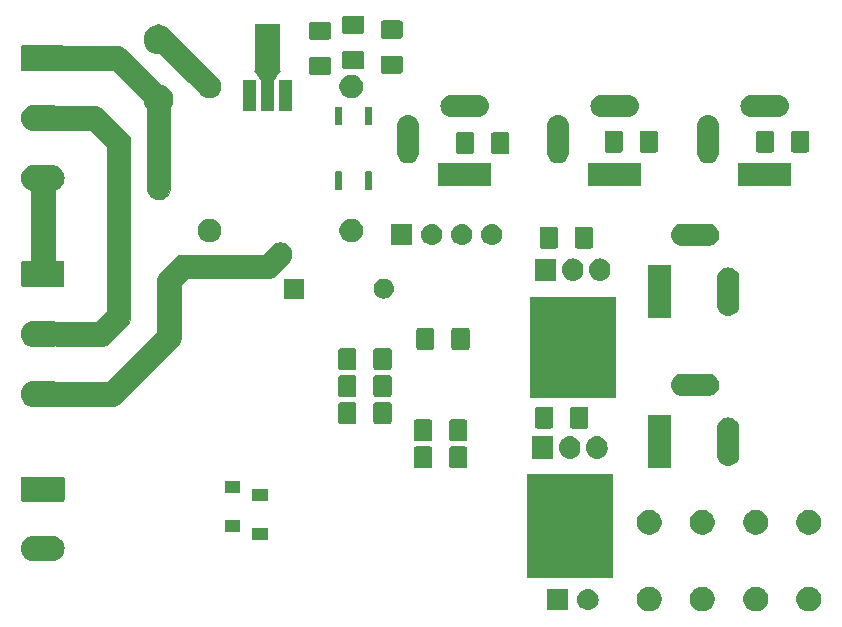
<source format=gbr>
G04 #@! TF.GenerationSoftware,KiCad,Pcbnew,(5.1.2)-2*
G04 #@! TF.CreationDate,2020-09-10T18:09:44+02:00*
G04 #@! TF.ProjectId,enclosure_helper,656e636c-6f73-4757-9265-5f68656c7065,rev?*
G04 #@! TF.SameCoordinates,Original*
G04 #@! TF.FileFunction,Soldermask,Bot*
G04 #@! TF.FilePolarity,Negative*
%FSLAX46Y46*%
G04 Gerber Fmt 4.6, Leading zero omitted, Abs format (unit mm)*
G04 Created by KiCad (PCBNEW (5.1.2)-2) date 2020-09-10 18:09:44*
%MOMM*%
%LPD*%
G04 APERTURE LIST*
%ADD10C,0.100000*%
G04 APERTURE END LIST*
D10*
G36*
X138950700Y-89509600D02*
G01*
X139598400Y-90233500D01*
X139738100Y-90563700D01*
X139649200Y-90703400D01*
X138582400Y-91770200D01*
X138480800Y-91846400D01*
X138366500Y-91909900D01*
X138264900Y-91948000D01*
X138137900Y-91986100D01*
X137985500Y-92011500D01*
X131152900Y-92011500D01*
X130543300Y-92621100D01*
X130543300Y-97066100D01*
X130530600Y-97180400D01*
X130505200Y-97282000D01*
X130454400Y-97409000D01*
X130390900Y-97536000D01*
X130314700Y-97637600D01*
X125349000Y-102603300D01*
X125209300Y-102692200D01*
X125095000Y-102743000D01*
X124891800Y-102793800D01*
X124599700Y-102806500D01*
X119811800Y-102793800D01*
X119507000Y-100812600D01*
X124333000Y-100799900D01*
X128549400Y-96570800D01*
X128562100Y-92151200D01*
X128600200Y-91935300D01*
X128651000Y-91732100D01*
X128778000Y-91579700D01*
X130086100Y-90258900D01*
X130213100Y-90157300D01*
X130416300Y-90055700D01*
X130644900Y-90004900D01*
X137528300Y-90004900D01*
X138176000Y-89357200D01*
X138950700Y-89509600D01*
G37*
X138950700Y-89509600D02*
X139598400Y-90233500D01*
X139738100Y-90563700D01*
X139649200Y-90703400D01*
X138582400Y-91770200D01*
X138480800Y-91846400D01*
X138366500Y-91909900D01*
X138264900Y-91948000D01*
X138137900Y-91986100D01*
X137985500Y-92011500D01*
X131152900Y-92011500D01*
X130543300Y-92621100D01*
X130543300Y-97066100D01*
X130530600Y-97180400D01*
X130505200Y-97282000D01*
X130454400Y-97409000D01*
X130390900Y-97536000D01*
X130314700Y-97637600D01*
X125349000Y-102603300D01*
X125209300Y-102692200D01*
X125095000Y-102743000D01*
X124891800Y-102793800D01*
X124599700Y-102806500D01*
X119811800Y-102793800D01*
X119507000Y-100812600D01*
X124333000Y-100799900D01*
X128549400Y-96570800D01*
X128562100Y-92151200D01*
X128600200Y-91935300D01*
X128651000Y-91732100D01*
X128778000Y-91579700D01*
X130086100Y-90258900D01*
X130213100Y-90157300D01*
X130416300Y-90055700D01*
X130644900Y-90004900D01*
X137528300Y-90004900D01*
X138176000Y-89357200D01*
X138950700Y-89509600D01*
G36*
X119849900Y-84112100D02*
G01*
X119849900Y-90551000D01*
X119862600Y-90817700D01*
X117856000Y-90779600D01*
X117843300Y-84607400D01*
X117830600Y-84035900D01*
X119849900Y-84112100D01*
G37*
X119849900Y-84112100D02*
X119849900Y-90551000D01*
X119862600Y-90817700D01*
X117856000Y-90779600D01*
X117843300Y-84607400D01*
X117830600Y-84035900D01*
X119849900Y-84112100D01*
G36*
X123431300Y-77470000D02*
G01*
X123558300Y-77508100D01*
X123736100Y-77584300D01*
X123875800Y-77685900D01*
X126022100Y-79832200D01*
X126136400Y-79997300D01*
X126212600Y-80175100D01*
X126250700Y-80340200D01*
X126250700Y-95072200D01*
X126263400Y-95123000D01*
X126276100Y-95262700D01*
X126263400Y-95453200D01*
X126187200Y-95694500D01*
X126111000Y-95834200D01*
X125971300Y-95986600D01*
X124447300Y-97510600D01*
X124333000Y-97599500D01*
X124231400Y-97650300D01*
X124104400Y-97701100D01*
X123952000Y-97739200D01*
X123837700Y-97751900D01*
X122669300Y-97751900D01*
X122593100Y-97739200D01*
X122440700Y-97726500D01*
X120027700Y-97726500D01*
X119976900Y-97713800D01*
X119380000Y-97307400D01*
X119354600Y-95719900D01*
X122707400Y-95719900D01*
X122859800Y-95745300D01*
X123380500Y-95745300D01*
X124256800Y-94869000D01*
X124256800Y-80886300D01*
X122821700Y-79438500D01*
X120434100Y-79451200D01*
X119659400Y-79451200D01*
X119316500Y-77457300D01*
X123278900Y-77457300D01*
X123431300Y-77470000D01*
G37*
X123431300Y-77470000D02*
X123558300Y-77508100D01*
X123736100Y-77584300D01*
X123875800Y-77685900D01*
X126022100Y-79832200D01*
X126136400Y-79997300D01*
X126212600Y-80175100D01*
X126250700Y-80340200D01*
X126250700Y-95072200D01*
X126263400Y-95123000D01*
X126276100Y-95262700D01*
X126263400Y-95453200D01*
X126187200Y-95694500D01*
X126111000Y-95834200D01*
X125971300Y-95986600D01*
X124447300Y-97510600D01*
X124333000Y-97599500D01*
X124231400Y-97650300D01*
X124104400Y-97701100D01*
X123952000Y-97739200D01*
X123837700Y-97751900D01*
X122669300Y-97751900D01*
X122593100Y-97739200D01*
X122440700Y-97726500D01*
X120027700Y-97726500D01*
X119976900Y-97713800D01*
X119380000Y-97307400D01*
X119354600Y-95719900D01*
X122707400Y-95719900D01*
X122859800Y-95745300D01*
X123380500Y-95745300D01*
X124256800Y-94869000D01*
X124256800Y-80886300D01*
X122821700Y-79438500D01*
X120434100Y-79451200D01*
X119659400Y-79451200D01*
X119316500Y-77457300D01*
X123278900Y-77457300D01*
X123431300Y-77470000D01*
G36*
X129654300Y-84099400D02*
G01*
X129641600Y-84480400D01*
X129578100Y-84696300D01*
X129451100Y-84924900D01*
X129298700Y-85090000D01*
X129108200Y-85204300D01*
X128917700Y-85280500D01*
X128701800Y-85318600D01*
X128460500Y-85293200D01*
X128257300Y-85229700D01*
X128041400Y-85102700D01*
X127901700Y-84988400D01*
X127762000Y-84772500D01*
X127685800Y-84556600D01*
X127660400Y-84340700D01*
X127647700Y-84099400D01*
X127647700Y-77558900D01*
X129654300Y-77266800D01*
X129654300Y-84099400D01*
G37*
X129654300Y-84099400D02*
X129641600Y-84480400D01*
X129578100Y-84696300D01*
X129451100Y-84924900D01*
X129298700Y-85090000D01*
X129108200Y-85204300D01*
X128917700Y-85280500D01*
X128701800Y-85318600D01*
X128460500Y-85293200D01*
X128257300Y-85229700D01*
X128041400Y-85102700D01*
X127901700Y-84988400D01*
X127762000Y-84772500D01*
X127685800Y-84556600D01*
X127660400Y-84340700D01*
X127647700Y-84099400D01*
X127647700Y-77558900D01*
X129654300Y-77266800D01*
X129654300Y-84099400D01*
G36*
X125349000Y-72390000D02*
G01*
X125463300Y-72428100D01*
X125653800Y-72504300D01*
X125755400Y-72567800D01*
X125882400Y-72669400D01*
X129019300Y-75819000D01*
X129476500Y-77228700D01*
X127558800Y-77114400D01*
X127419100Y-77038200D01*
X124764800Y-74383900D01*
X120319800Y-74371200D01*
X118719600Y-72402700D01*
X120637300Y-72377300D01*
X125183900Y-72377300D01*
X125349000Y-72390000D01*
G37*
X125349000Y-72390000D02*
X125463300Y-72428100D01*
X125653800Y-72504300D01*
X125755400Y-72567800D01*
X125882400Y-72669400D01*
X129019300Y-75819000D01*
X129476500Y-77228700D01*
X127558800Y-77114400D01*
X127419100Y-77038200D01*
X124764800Y-74383900D01*
X120319800Y-74371200D01*
X118719600Y-72402700D01*
X120637300Y-72377300D01*
X125183900Y-72377300D01*
X125349000Y-72390000D01*
G36*
X129565400Y-71005700D02*
G01*
X133604000Y-75069700D01*
X133540500Y-75361800D01*
X133045200Y-76314300D01*
X132257800Y-76415900D01*
X128816100Y-73025000D01*
X128231900Y-72186800D01*
X128739900Y-70802500D01*
X129565400Y-71005700D01*
G37*
X129565400Y-71005700D02*
X133604000Y-75069700D01*
X133540500Y-75361800D01*
X133045200Y-76314300D01*
X132257800Y-76415900D01*
X128816100Y-73025000D01*
X128231900Y-72186800D01*
X128739900Y-70802500D01*
X129565400Y-71005700D01*
G36*
X167322500Y-102082600D02*
G01*
X160108900Y-102082600D01*
X160108900Y-93599000D01*
X167322500Y-93599000D01*
X167322500Y-102082600D01*
G37*
X167322500Y-102082600D02*
X160108900Y-102082600D01*
X160108900Y-93599000D01*
X167322500Y-93599000D01*
X167322500Y-102082600D01*
G36*
X167068500Y-117322600D02*
G01*
X159854900Y-117322600D01*
X159854900Y-108585000D01*
X167068500Y-108585000D01*
X167068500Y-117322600D01*
G37*
X167068500Y-117322600D02*
X159854900Y-117322600D01*
X159854900Y-108585000D01*
X167068500Y-108585000D01*
X167068500Y-117322600D01*
G36*
X184016264Y-118166189D02*
G01*
X184207533Y-118245415D01*
X184207535Y-118245416D01*
X184310028Y-118313900D01*
X184379673Y-118360435D01*
X184526065Y-118506827D01*
X184641085Y-118678967D01*
X184720311Y-118870236D01*
X184760700Y-119073284D01*
X184760700Y-119280316D01*
X184720311Y-119483364D01*
X184641085Y-119674633D01*
X184641084Y-119674635D01*
X184526065Y-119846773D01*
X184379673Y-119993165D01*
X184207535Y-120108184D01*
X184207534Y-120108185D01*
X184207533Y-120108185D01*
X184016264Y-120187411D01*
X183813216Y-120227800D01*
X183606184Y-120227800D01*
X183403136Y-120187411D01*
X183211867Y-120108185D01*
X183211866Y-120108185D01*
X183211865Y-120108184D01*
X183039727Y-119993165D01*
X182893335Y-119846773D01*
X182778316Y-119674635D01*
X182778315Y-119674633D01*
X182699089Y-119483364D01*
X182658700Y-119280316D01*
X182658700Y-119073284D01*
X182699089Y-118870236D01*
X182778315Y-118678967D01*
X182893335Y-118506827D01*
X183039727Y-118360435D01*
X183109372Y-118313900D01*
X183211865Y-118245416D01*
X183211867Y-118245415D01*
X183403136Y-118166189D01*
X183606184Y-118125800D01*
X183813216Y-118125800D01*
X184016264Y-118166189D01*
X184016264Y-118166189D01*
G37*
G36*
X179516264Y-118166189D02*
G01*
X179707533Y-118245415D01*
X179707535Y-118245416D01*
X179810028Y-118313900D01*
X179879673Y-118360435D01*
X180026065Y-118506827D01*
X180141085Y-118678967D01*
X180220311Y-118870236D01*
X180260700Y-119073284D01*
X180260700Y-119280316D01*
X180220311Y-119483364D01*
X180141085Y-119674633D01*
X180141084Y-119674635D01*
X180026065Y-119846773D01*
X179879673Y-119993165D01*
X179707535Y-120108184D01*
X179707534Y-120108185D01*
X179707533Y-120108185D01*
X179516264Y-120187411D01*
X179313216Y-120227800D01*
X179106184Y-120227800D01*
X178903136Y-120187411D01*
X178711867Y-120108185D01*
X178711866Y-120108185D01*
X178711865Y-120108184D01*
X178539727Y-119993165D01*
X178393335Y-119846773D01*
X178278316Y-119674635D01*
X178278315Y-119674633D01*
X178199089Y-119483364D01*
X178158700Y-119280316D01*
X178158700Y-119073284D01*
X178199089Y-118870236D01*
X178278315Y-118678967D01*
X178393335Y-118506827D01*
X178539727Y-118360435D01*
X178609372Y-118313900D01*
X178711865Y-118245416D01*
X178711867Y-118245415D01*
X178903136Y-118166189D01*
X179106184Y-118125800D01*
X179313216Y-118125800D01*
X179516264Y-118166189D01*
X179516264Y-118166189D01*
G37*
G36*
X170499264Y-118166189D02*
G01*
X170690533Y-118245415D01*
X170690535Y-118245416D01*
X170793028Y-118313900D01*
X170862673Y-118360435D01*
X171009065Y-118506827D01*
X171124085Y-118678967D01*
X171203311Y-118870236D01*
X171243700Y-119073284D01*
X171243700Y-119280316D01*
X171203311Y-119483364D01*
X171124085Y-119674633D01*
X171124084Y-119674635D01*
X171009065Y-119846773D01*
X170862673Y-119993165D01*
X170690535Y-120108184D01*
X170690534Y-120108185D01*
X170690533Y-120108185D01*
X170499264Y-120187411D01*
X170296216Y-120227800D01*
X170089184Y-120227800D01*
X169886136Y-120187411D01*
X169694867Y-120108185D01*
X169694866Y-120108185D01*
X169694865Y-120108184D01*
X169522727Y-119993165D01*
X169376335Y-119846773D01*
X169261316Y-119674635D01*
X169261315Y-119674633D01*
X169182089Y-119483364D01*
X169141700Y-119280316D01*
X169141700Y-119073284D01*
X169182089Y-118870236D01*
X169261315Y-118678967D01*
X169376335Y-118506827D01*
X169522727Y-118360435D01*
X169592372Y-118313900D01*
X169694865Y-118245416D01*
X169694867Y-118245415D01*
X169886136Y-118166189D01*
X170089184Y-118125800D01*
X170296216Y-118125800D01*
X170499264Y-118166189D01*
X170499264Y-118166189D01*
G37*
G36*
X174999264Y-118166189D02*
G01*
X175190533Y-118245415D01*
X175190535Y-118245416D01*
X175293028Y-118313900D01*
X175362673Y-118360435D01*
X175509065Y-118506827D01*
X175624085Y-118678967D01*
X175703311Y-118870236D01*
X175743700Y-119073284D01*
X175743700Y-119280316D01*
X175703311Y-119483364D01*
X175624085Y-119674633D01*
X175624084Y-119674635D01*
X175509065Y-119846773D01*
X175362673Y-119993165D01*
X175190535Y-120108184D01*
X175190534Y-120108185D01*
X175190533Y-120108185D01*
X174999264Y-120187411D01*
X174796216Y-120227800D01*
X174589184Y-120227800D01*
X174386136Y-120187411D01*
X174194867Y-120108185D01*
X174194866Y-120108185D01*
X174194865Y-120108184D01*
X174022727Y-119993165D01*
X173876335Y-119846773D01*
X173761316Y-119674635D01*
X173761315Y-119674633D01*
X173682089Y-119483364D01*
X173641700Y-119280316D01*
X173641700Y-119073284D01*
X173682089Y-118870236D01*
X173761315Y-118678967D01*
X173876335Y-118506827D01*
X174022727Y-118360435D01*
X174092372Y-118313900D01*
X174194865Y-118245416D01*
X174194867Y-118245415D01*
X174386136Y-118166189D01*
X174589184Y-118125800D01*
X174796216Y-118125800D01*
X174999264Y-118166189D01*
X174999264Y-118166189D01*
G37*
G36*
X163359400Y-120115900D02*
G01*
X161557400Y-120115900D01*
X161557400Y-118313900D01*
X163359400Y-118313900D01*
X163359400Y-120115900D01*
X163359400Y-120115900D01*
G37*
G36*
X165108843Y-118320419D02*
G01*
X165175027Y-118326937D01*
X165344866Y-118378457D01*
X165501391Y-118462122D01*
X165537129Y-118491452D01*
X165638586Y-118574714D01*
X165721848Y-118676171D01*
X165751178Y-118711909D01*
X165834843Y-118868434D01*
X165886363Y-119038273D01*
X165903759Y-119214900D01*
X165886363Y-119391527D01*
X165834843Y-119561366D01*
X165751178Y-119717891D01*
X165721848Y-119753629D01*
X165638586Y-119855086D01*
X165537129Y-119938348D01*
X165501391Y-119967678D01*
X165344866Y-120051343D01*
X165175027Y-120102863D01*
X165121001Y-120108184D01*
X165042660Y-120115900D01*
X164954140Y-120115900D01*
X164875799Y-120108184D01*
X164821773Y-120102863D01*
X164651934Y-120051343D01*
X164495409Y-119967678D01*
X164459671Y-119938348D01*
X164358214Y-119855086D01*
X164274952Y-119753629D01*
X164245622Y-119717891D01*
X164161957Y-119561366D01*
X164110437Y-119391527D01*
X164093041Y-119214900D01*
X164110437Y-119038273D01*
X164161957Y-118868434D01*
X164245622Y-118711909D01*
X164274952Y-118676171D01*
X164358214Y-118574714D01*
X164459671Y-118491452D01*
X164495409Y-118462122D01*
X164651934Y-118378457D01*
X164821773Y-118326937D01*
X164887957Y-118320419D01*
X164954140Y-118313900D01*
X165042660Y-118313900D01*
X165108843Y-118320419D01*
X165108843Y-118320419D01*
G37*
G36*
X166366700Y-116934133D02*
G01*
X160564700Y-116934133D01*
X160564700Y-110632133D01*
X166366700Y-110632133D01*
X166366700Y-116934133D01*
X166366700Y-116934133D01*
G37*
G36*
X119749697Y-113834469D02*
G01*
X119852632Y-113844607D01*
X120050746Y-113904705D01*
X120050749Y-113904706D01*
X120147575Y-113956461D01*
X120233329Y-114002297D01*
X120393365Y-114133635D01*
X120524703Y-114293671D01*
X120570539Y-114379425D01*
X120622294Y-114476251D01*
X120622295Y-114476254D01*
X120682393Y-114674368D01*
X120702685Y-114880400D01*
X120682393Y-115086432D01*
X120622295Y-115284546D01*
X120622294Y-115284549D01*
X120570539Y-115381375D01*
X120524703Y-115467129D01*
X120393365Y-115627165D01*
X120233329Y-115758503D01*
X120147575Y-115804339D01*
X120050749Y-115856094D01*
X120050746Y-115856095D01*
X119852632Y-115916193D01*
X119749697Y-115926331D01*
X119698231Y-115931400D01*
X117994969Y-115931400D01*
X117943503Y-115926331D01*
X117840568Y-115916193D01*
X117642454Y-115856095D01*
X117642451Y-115856094D01*
X117545625Y-115804339D01*
X117459871Y-115758503D01*
X117299835Y-115627165D01*
X117168497Y-115467129D01*
X117122661Y-115381375D01*
X117070906Y-115284549D01*
X117070905Y-115284546D01*
X117010807Y-115086432D01*
X116990515Y-114880400D01*
X117010807Y-114674368D01*
X117070905Y-114476254D01*
X117070906Y-114476251D01*
X117122661Y-114379425D01*
X117168497Y-114293671D01*
X117299835Y-114133635D01*
X117459871Y-114002297D01*
X117545625Y-113956461D01*
X117642451Y-113904706D01*
X117642454Y-113904705D01*
X117840568Y-113844607D01*
X117943503Y-113834469D01*
X117994969Y-113829400D01*
X119698231Y-113829400D01*
X119749697Y-113834469D01*
X119749697Y-113834469D01*
G37*
G36*
X137899900Y-114191400D02*
G01*
X136597900Y-114191400D01*
X136597900Y-113189400D01*
X137899900Y-113189400D01*
X137899900Y-114191400D01*
X137899900Y-114191400D01*
G37*
G36*
X170499264Y-111666189D02*
G01*
X170690533Y-111745415D01*
X170690535Y-111745416D01*
X170862673Y-111860435D01*
X171009065Y-112006827D01*
X171124085Y-112178967D01*
X171203311Y-112370236D01*
X171243700Y-112573284D01*
X171243700Y-112780316D01*
X171203311Y-112983364D01*
X171124085Y-113174633D01*
X171124084Y-113174635D01*
X171009065Y-113346773D01*
X170862673Y-113493165D01*
X170690535Y-113608184D01*
X170690534Y-113608185D01*
X170690533Y-113608185D01*
X170499264Y-113687411D01*
X170296216Y-113727800D01*
X170089184Y-113727800D01*
X169886136Y-113687411D01*
X169694867Y-113608185D01*
X169694866Y-113608185D01*
X169694865Y-113608184D01*
X169522727Y-113493165D01*
X169376335Y-113346773D01*
X169261316Y-113174635D01*
X169261315Y-113174633D01*
X169182089Y-112983364D01*
X169141700Y-112780316D01*
X169141700Y-112573284D01*
X169182089Y-112370236D01*
X169261315Y-112178967D01*
X169376335Y-112006827D01*
X169522727Y-111860435D01*
X169694865Y-111745416D01*
X169694867Y-111745415D01*
X169886136Y-111666189D01*
X170089184Y-111625800D01*
X170296216Y-111625800D01*
X170499264Y-111666189D01*
X170499264Y-111666189D01*
G37*
G36*
X174999264Y-111666189D02*
G01*
X175190533Y-111745415D01*
X175190535Y-111745416D01*
X175362673Y-111860435D01*
X175509065Y-112006827D01*
X175624085Y-112178967D01*
X175703311Y-112370236D01*
X175743700Y-112573284D01*
X175743700Y-112780316D01*
X175703311Y-112983364D01*
X175624085Y-113174633D01*
X175624084Y-113174635D01*
X175509065Y-113346773D01*
X175362673Y-113493165D01*
X175190535Y-113608184D01*
X175190534Y-113608185D01*
X175190533Y-113608185D01*
X174999264Y-113687411D01*
X174796216Y-113727800D01*
X174589184Y-113727800D01*
X174386136Y-113687411D01*
X174194867Y-113608185D01*
X174194866Y-113608185D01*
X174194865Y-113608184D01*
X174022727Y-113493165D01*
X173876335Y-113346773D01*
X173761316Y-113174635D01*
X173761315Y-113174633D01*
X173682089Y-112983364D01*
X173641700Y-112780316D01*
X173641700Y-112573284D01*
X173682089Y-112370236D01*
X173761315Y-112178967D01*
X173876335Y-112006827D01*
X174022727Y-111860435D01*
X174194865Y-111745416D01*
X174194867Y-111745415D01*
X174386136Y-111666189D01*
X174589184Y-111625800D01*
X174796216Y-111625800D01*
X174999264Y-111666189D01*
X174999264Y-111666189D01*
G37*
G36*
X179516264Y-111666189D02*
G01*
X179707533Y-111745415D01*
X179707535Y-111745416D01*
X179879673Y-111860435D01*
X180026065Y-112006827D01*
X180141085Y-112178967D01*
X180220311Y-112370236D01*
X180260700Y-112573284D01*
X180260700Y-112780316D01*
X180220311Y-112983364D01*
X180141085Y-113174633D01*
X180141084Y-113174635D01*
X180026065Y-113346773D01*
X179879673Y-113493165D01*
X179707535Y-113608184D01*
X179707534Y-113608185D01*
X179707533Y-113608185D01*
X179516264Y-113687411D01*
X179313216Y-113727800D01*
X179106184Y-113727800D01*
X178903136Y-113687411D01*
X178711867Y-113608185D01*
X178711866Y-113608185D01*
X178711865Y-113608184D01*
X178539727Y-113493165D01*
X178393335Y-113346773D01*
X178278316Y-113174635D01*
X178278315Y-113174633D01*
X178199089Y-112983364D01*
X178158700Y-112780316D01*
X178158700Y-112573284D01*
X178199089Y-112370236D01*
X178278315Y-112178967D01*
X178393335Y-112006827D01*
X178539727Y-111860435D01*
X178711865Y-111745416D01*
X178711867Y-111745415D01*
X178903136Y-111666189D01*
X179106184Y-111625800D01*
X179313216Y-111625800D01*
X179516264Y-111666189D01*
X179516264Y-111666189D01*
G37*
G36*
X184016264Y-111666189D02*
G01*
X184207533Y-111745415D01*
X184207535Y-111745416D01*
X184379673Y-111860435D01*
X184526065Y-112006827D01*
X184641085Y-112178967D01*
X184720311Y-112370236D01*
X184760700Y-112573284D01*
X184760700Y-112780316D01*
X184720311Y-112983364D01*
X184641085Y-113174633D01*
X184641084Y-113174635D01*
X184526065Y-113346773D01*
X184379673Y-113493165D01*
X184207535Y-113608184D01*
X184207534Y-113608185D01*
X184207533Y-113608185D01*
X184016264Y-113687411D01*
X183813216Y-113727800D01*
X183606184Y-113727800D01*
X183403136Y-113687411D01*
X183211867Y-113608185D01*
X183211866Y-113608185D01*
X183211865Y-113608184D01*
X183039727Y-113493165D01*
X182893335Y-113346773D01*
X182778316Y-113174635D01*
X182778315Y-113174633D01*
X182699089Y-112983364D01*
X182658700Y-112780316D01*
X182658700Y-112573284D01*
X182699089Y-112370236D01*
X182778315Y-112178967D01*
X182893335Y-112006827D01*
X183039727Y-111860435D01*
X183211865Y-111745416D01*
X183211867Y-111745415D01*
X183403136Y-111666189D01*
X183606184Y-111625800D01*
X183813216Y-111625800D01*
X184016264Y-111666189D01*
X184016264Y-111666189D01*
G37*
G36*
X135575800Y-113467500D02*
G01*
X134273800Y-113467500D01*
X134273800Y-112465500D01*
X135575800Y-112465500D01*
X135575800Y-113467500D01*
X135575800Y-113467500D01*
G37*
G36*
X120561452Y-108833240D02*
G01*
X120593043Y-108842823D01*
X120622157Y-108858385D01*
X120647674Y-108879326D01*
X120668615Y-108904843D01*
X120684177Y-108933957D01*
X120693760Y-108965548D01*
X120697600Y-109004540D01*
X120697600Y-110756260D01*
X120693760Y-110795252D01*
X120684177Y-110826843D01*
X120668615Y-110855957D01*
X120647674Y-110881474D01*
X120622157Y-110902415D01*
X120593043Y-110917977D01*
X120561452Y-110927560D01*
X120522460Y-110931400D01*
X117170740Y-110931400D01*
X117131748Y-110927560D01*
X117100157Y-110917977D01*
X117071043Y-110902415D01*
X117045526Y-110881474D01*
X117024585Y-110855957D01*
X117009023Y-110826843D01*
X116999440Y-110795252D01*
X116995600Y-110756260D01*
X116995600Y-109004540D01*
X116999440Y-108965548D01*
X117009023Y-108933957D01*
X117024585Y-108904843D01*
X117045526Y-108879326D01*
X117071043Y-108858385D01*
X117100157Y-108842823D01*
X117131748Y-108833240D01*
X117170740Y-108829400D01*
X120522460Y-108829400D01*
X120561452Y-108833240D01*
X120561452Y-108833240D01*
G37*
G36*
X137899900Y-110891400D02*
G01*
X136597900Y-110891400D01*
X136597900Y-109889400D01*
X137899900Y-109889400D01*
X137899900Y-110891400D01*
X137899900Y-110891400D01*
G37*
G36*
X135575800Y-110167500D02*
G01*
X134273800Y-110167500D01*
X134273800Y-109165500D01*
X135575800Y-109165500D01*
X135575800Y-110167500D01*
X135575800Y-110167500D01*
G37*
G36*
X154640262Y-106253481D02*
G01*
X154675181Y-106264074D01*
X154707363Y-106281276D01*
X154735573Y-106304427D01*
X154758724Y-106332637D01*
X154775926Y-106364819D01*
X154786519Y-106399738D01*
X154790700Y-106442195D01*
X154790700Y-107908405D01*
X154786519Y-107950862D01*
X154775926Y-107985781D01*
X154758724Y-108017963D01*
X154735573Y-108046173D01*
X154707363Y-108069324D01*
X154675181Y-108086526D01*
X154640262Y-108097119D01*
X154597805Y-108101300D01*
X153456595Y-108101300D01*
X153414138Y-108097119D01*
X153379219Y-108086526D01*
X153347037Y-108069324D01*
X153318827Y-108046173D01*
X153295676Y-108017963D01*
X153278474Y-107985781D01*
X153267881Y-107950862D01*
X153263700Y-107908405D01*
X153263700Y-106442195D01*
X153267881Y-106399738D01*
X153278474Y-106364819D01*
X153295676Y-106332637D01*
X153318827Y-106304427D01*
X153347037Y-106281276D01*
X153379219Y-106264074D01*
X153414138Y-106253481D01*
X153456595Y-106249300D01*
X154597805Y-106249300D01*
X154640262Y-106253481D01*
X154640262Y-106253481D01*
G37*
G36*
X151665262Y-106253481D02*
G01*
X151700181Y-106264074D01*
X151732363Y-106281276D01*
X151760573Y-106304427D01*
X151783724Y-106332637D01*
X151800926Y-106364819D01*
X151811519Y-106399738D01*
X151815700Y-106442195D01*
X151815700Y-107908405D01*
X151811519Y-107950862D01*
X151800926Y-107985781D01*
X151783724Y-108017963D01*
X151760573Y-108046173D01*
X151732363Y-108069324D01*
X151700181Y-108086526D01*
X151665262Y-108097119D01*
X151622805Y-108101300D01*
X150481595Y-108101300D01*
X150439138Y-108097119D01*
X150404219Y-108086526D01*
X150372037Y-108069324D01*
X150343827Y-108046173D01*
X150320676Y-108017963D01*
X150303474Y-107985781D01*
X150292881Y-107950862D01*
X150288700Y-107908405D01*
X150288700Y-106442195D01*
X150292881Y-106399738D01*
X150303474Y-106364819D01*
X150320676Y-106332637D01*
X150343827Y-106304427D01*
X150372037Y-106281276D01*
X150404219Y-106264074D01*
X150439138Y-106253481D01*
X150481595Y-106249300D01*
X151622805Y-106249300D01*
X151665262Y-106253481D01*
X151665262Y-106253481D01*
G37*
G36*
X172032700Y-108092800D02*
G01*
X170130700Y-108092800D01*
X170130700Y-103590800D01*
X172032700Y-103590800D01*
X172032700Y-108092800D01*
X172032700Y-108092800D01*
G37*
G36*
X177068124Y-103804560D02*
G01*
X177068127Y-103804561D01*
X177068128Y-103804561D01*
X177247392Y-103858940D01*
X177247395Y-103858942D01*
X177247396Y-103858942D01*
X177412603Y-103947246D01*
X177557412Y-104066088D01*
X177676254Y-104210897D01*
X177753171Y-104354800D01*
X177764560Y-104376107D01*
X177815157Y-104542905D01*
X177818940Y-104555375D01*
X177832700Y-104695082D01*
X177832700Y-106988518D01*
X177818940Y-107128225D01*
X177818939Y-107128228D01*
X177818939Y-107128229D01*
X177764560Y-107307493D01*
X177764558Y-107307496D01*
X177764558Y-107307497D01*
X177676254Y-107472703D01*
X177557412Y-107617512D01*
X177412603Y-107736354D01*
X177247397Y-107824658D01*
X177247393Y-107824660D01*
X177068129Y-107879039D01*
X177068128Y-107879039D01*
X177068125Y-107879040D01*
X176881700Y-107897401D01*
X176695276Y-107879040D01*
X176695273Y-107879039D01*
X176695272Y-107879039D01*
X176516008Y-107824660D01*
X176516004Y-107824658D01*
X176350798Y-107736354D01*
X176205989Y-107617512D01*
X176087147Y-107472703D01*
X175998843Y-107307497D01*
X175998843Y-107307496D01*
X175998841Y-107307493D01*
X175944462Y-107128229D01*
X175944462Y-107128228D01*
X175944461Y-107128225D01*
X175930701Y-106988518D01*
X175930700Y-104695083D01*
X175944460Y-104555376D01*
X175944461Y-104555372D01*
X175998840Y-104376108D01*
X176021129Y-104334408D01*
X176087146Y-104210897D01*
X176205988Y-104066088D01*
X176350797Y-103947246D01*
X176516003Y-103858942D01*
X176516004Y-103858942D01*
X176516007Y-103858940D01*
X176695271Y-103804561D01*
X176695272Y-103804561D01*
X176695275Y-103804560D01*
X176881700Y-103786199D01*
X177068124Y-103804560D01*
X177068124Y-103804560D01*
G37*
G36*
X165934041Y-105411964D02*
G01*
X166105529Y-105463985D01*
X166184551Y-105506223D01*
X166263575Y-105548461D01*
X166353675Y-105622405D01*
X166402102Y-105662148D01*
X166515667Y-105800526D01*
X166515792Y-105800679D01*
X166600264Y-105958716D01*
X166600266Y-105958722D01*
X166652286Y-106130208D01*
X166652286Y-106130210D01*
X166664523Y-106254448D01*
X166665450Y-106263866D01*
X166665450Y-106435733D01*
X166652286Y-106569391D01*
X166600265Y-106740879D01*
X166515789Y-106898925D01*
X166402102Y-107037452D01*
X166291491Y-107128229D01*
X166263571Y-107151142D01*
X166105534Y-107235614D01*
X166060909Y-107249151D01*
X165934042Y-107287636D01*
X165755700Y-107305201D01*
X165577359Y-107287636D01*
X165405871Y-107235615D01*
X165247825Y-107151139D01*
X165109298Y-107037452D01*
X164995608Y-106898921D01*
X164911136Y-106740884D01*
X164897599Y-106696259D01*
X164859114Y-106569392D01*
X164845950Y-106435734D01*
X164845950Y-106263867D01*
X164859114Y-106130209D01*
X164911135Y-105958721D01*
X164995609Y-105800679D01*
X164995611Y-105800675D01*
X165109298Y-105662148D01*
X165157725Y-105622405D01*
X165247825Y-105548461D01*
X165247826Y-105548460D01*
X165247829Y-105548458D01*
X165405866Y-105463986D01*
X165450491Y-105450449D01*
X165577358Y-105411964D01*
X165755700Y-105394399D01*
X165934041Y-105411964D01*
X165934041Y-105411964D01*
G37*
G36*
X163644041Y-105411964D02*
G01*
X163815529Y-105463985D01*
X163894551Y-105506223D01*
X163973575Y-105548461D01*
X164063675Y-105622405D01*
X164112102Y-105662148D01*
X164225667Y-105800526D01*
X164225792Y-105800679D01*
X164310264Y-105958716D01*
X164310266Y-105958722D01*
X164362286Y-106130208D01*
X164362286Y-106130210D01*
X164374523Y-106254448D01*
X164375450Y-106263866D01*
X164375450Y-106435733D01*
X164362286Y-106569391D01*
X164310265Y-106740879D01*
X164225789Y-106898925D01*
X164112102Y-107037452D01*
X164001491Y-107128229D01*
X163973571Y-107151142D01*
X163815534Y-107235614D01*
X163770909Y-107249151D01*
X163644042Y-107287636D01*
X163465700Y-107305201D01*
X163287359Y-107287636D01*
X163115871Y-107235615D01*
X162957825Y-107151139D01*
X162819298Y-107037452D01*
X162705608Y-106898921D01*
X162621136Y-106740884D01*
X162607599Y-106696259D01*
X162569114Y-106569392D01*
X162555950Y-106435734D01*
X162555950Y-106263867D01*
X162569114Y-106130209D01*
X162621135Y-105958721D01*
X162705609Y-105800679D01*
X162705611Y-105800675D01*
X162819298Y-105662148D01*
X162867725Y-105622405D01*
X162957825Y-105548461D01*
X162957826Y-105548460D01*
X162957829Y-105548458D01*
X163115866Y-105463986D01*
X163160491Y-105450449D01*
X163287358Y-105411964D01*
X163465700Y-105394399D01*
X163644041Y-105411964D01*
X163644041Y-105411964D01*
G37*
G36*
X162085450Y-107300800D02*
G01*
X160265950Y-107300800D01*
X160265950Y-105398800D01*
X162085450Y-105398800D01*
X162085450Y-107300800D01*
X162085450Y-107300800D01*
G37*
G36*
X151665262Y-103967481D02*
G01*
X151700181Y-103978074D01*
X151732363Y-103995276D01*
X151760573Y-104018427D01*
X151783724Y-104046637D01*
X151800926Y-104078819D01*
X151811519Y-104113738D01*
X151815700Y-104156195D01*
X151815700Y-105622405D01*
X151811519Y-105664862D01*
X151800926Y-105699781D01*
X151783724Y-105731963D01*
X151760573Y-105760173D01*
X151732363Y-105783324D01*
X151700181Y-105800526D01*
X151665262Y-105811119D01*
X151622805Y-105815300D01*
X150481595Y-105815300D01*
X150439138Y-105811119D01*
X150404219Y-105800526D01*
X150372037Y-105783324D01*
X150343827Y-105760173D01*
X150320676Y-105731963D01*
X150303474Y-105699781D01*
X150292881Y-105664862D01*
X150288700Y-105622405D01*
X150288700Y-104156195D01*
X150292881Y-104113738D01*
X150303474Y-104078819D01*
X150320676Y-104046637D01*
X150343827Y-104018427D01*
X150372037Y-103995276D01*
X150404219Y-103978074D01*
X150439138Y-103967481D01*
X150481595Y-103963300D01*
X151622805Y-103963300D01*
X151665262Y-103967481D01*
X151665262Y-103967481D01*
G37*
G36*
X154640262Y-103967481D02*
G01*
X154675181Y-103978074D01*
X154707363Y-103995276D01*
X154735573Y-104018427D01*
X154758724Y-104046637D01*
X154775926Y-104078819D01*
X154786519Y-104113738D01*
X154790700Y-104156195D01*
X154790700Y-105622405D01*
X154786519Y-105664862D01*
X154775926Y-105699781D01*
X154758724Y-105731963D01*
X154735573Y-105760173D01*
X154707363Y-105783324D01*
X154675181Y-105800526D01*
X154640262Y-105811119D01*
X154597805Y-105815300D01*
X153456595Y-105815300D01*
X153414138Y-105811119D01*
X153379219Y-105800526D01*
X153347037Y-105783324D01*
X153318827Y-105760173D01*
X153295676Y-105731963D01*
X153278474Y-105699781D01*
X153267881Y-105664862D01*
X153263700Y-105622405D01*
X153263700Y-104156195D01*
X153267881Y-104113738D01*
X153278474Y-104078819D01*
X153295676Y-104046637D01*
X153318827Y-104018427D01*
X153347037Y-103995276D01*
X153379219Y-103978074D01*
X153414138Y-103967481D01*
X153456595Y-103963300D01*
X154597805Y-103963300D01*
X154640262Y-103967481D01*
X154640262Y-103967481D01*
G37*
G36*
X164890762Y-102887981D02*
G01*
X164925681Y-102898574D01*
X164957863Y-102915776D01*
X164986073Y-102938927D01*
X165009224Y-102967137D01*
X165026426Y-102999319D01*
X165037019Y-103034238D01*
X165041200Y-103076695D01*
X165041200Y-104542905D01*
X165037019Y-104585362D01*
X165026426Y-104620281D01*
X165009224Y-104652463D01*
X164986073Y-104680673D01*
X164957863Y-104703824D01*
X164925681Y-104721026D01*
X164890762Y-104731619D01*
X164848305Y-104735800D01*
X163707095Y-104735800D01*
X163664638Y-104731619D01*
X163629719Y-104721026D01*
X163597537Y-104703824D01*
X163569327Y-104680673D01*
X163546176Y-104652463D01*
X163528974Y-104620281D01*
X163518381Y-104585362D01*
X163514200Y-104542905D01*
X163514200Y-103076695D01*
X163518381Y-103034238D01*
X163528974Y-102999319D01*
X163546176Y-102967137D01*
X163569327Y-102938927D01*
X163597537Y-102915776D01*
X163629719Y-102898574D01*
X163664638Y-102887981D01*
X163707095Y-102883800D01*
X164848305Y-102883800D01*
X164890762Y-102887981D01*
X164890762Y-102887981D01*
G37*
G36*
X161915762Y-102887981D02*
G01*
X161950681Y-102898574D01*
X161982863Y-102915776D01*
X162011073Y-102938927D01*
X162034224Y-102967137D01*
X162051426Y-102999319D01*
X162062019Y-103034238D01*
X162066200Y-103076695D01*
X162066200Y-104542905D01*
X162062019Y-104585362D01*
X162051426Y-104620281D01*
X162034224Y-104652463D01*
X162011073Y-104680673D01*
X161982863Y-104703824D01*
X161950681Y-104721026D01*
X161915762Y-104731619D01*
X161873305Y-104735800D01*
X160732095Y-104735800D01*
X160689638Y-104731619D01*
X160654719Y-104721026D01*
X160622537Y-104703824D01*
X160594327Y-104680673D01*
X160571176Y-104652463D01*
X160553974Y-104620281D01*
X160543381Y-104585362D01*
X160539200Y-104542905D01*
X160539200Y-103076695D01*
X160543381Y-103034238D01*
X160553974Y-102999319D01*
X160571176Y-102967137D01*
X160594327Y-102938927D01*
X160622537Y-102915776D01*
X160654719Y-102898574D01*
X160689638Y-102887981D01*
X160732095Y-102883800D01*
X161873305Y-102883800D01*
X161915762Y-102887981D01*
X161915762Y-102887981D01*
G37*
G36*
X148226762Y-102506981D02*
G01*
X148261681Y-102517574D01*
X148293863Y-102534776D01*
X148322073Y-102557927D01*
X148345224Y-102586137D01*
X148362426Y-102618319D01*
X148373019Y-102653238D01*
X148377200Y-102695695D01*
X148377200Y-104161905D01*
X148373019Y-104204362D01*
X148362426Y-104239281D01*
X148345224Y-104271463D01*
X148322073Y-104299673D01*
X148293863Y-104322824D01*
X148261681Y-104340026D01*
X148226762Y-104350619D01*
X148184305Y-104354800D01*
X147043095Y-104354800D01*
X147000638Y-104350619D01*
X146965719Y-104340026D01*
X146933537Y-104322824D01*
X146905327Y-104299673D01*
X146882176Y-104271463D01*
X146864974Y-104239281D01*
X146854381Y-104204362D01*
X146850200Y-104161905D01*
X146850200Y-102695695D01*
X146854381Y-102653238D01*
X146864974Y-102618319D01*
X146882176Y-102586137D01*
X146905327Y-102557927D01*
X146933537Y-102534776D01*
X146965719Y-102517574D01*
X147000638Y-102506981D01*
X147043095Y-102502800D01*
X148184305Y-102502800D01*
X148226762Y-102506981D01*
X148226762Y-102506981D01*
G37*
G36*
X145251762Y-102506981D02*
G01*
X145286681Y-102517574D01*
X145318863Y-102534776D01*
X145347073Y-102557927D01*
X145370224Y-102586137D01*
X145387426Y-102618319D01*
X145398019Y-102653238D01*
X145402200Y-102695695D01*
X145402200Y-104161905D01*
X145398019Y-104204362D01*
X145387426Y-104239281D01*
X145370224Y-104271463D01*
X145347073Y-104299673D01*
X145318863Y-104322824D01*
X145286681Y-104340026D01*
X145251762Y-104350619D01*
X145209305Y-104354800D01*
X144068095Y-104354800D01*
X144025638Y-104350619D01*
X143990719Y-104340026D01*
X143958537Y-104322824D01*
X143930327Y-104299673D01*
X143907176Y-104271463D01*
X143889974Y-104239281D01*
X143879381Y-104204362D01*
X143875200Y-104161905D01*
X143875200Y-102695695D01*
X143879381Y-102653238D01*
X143889974Y-102618319D01*
X143907176Y-102586137D01*
X143930327Y-102557927D01*
X143958537Y-102534776D01*
X143990719Y-102517574D01*
X144025638Y-102506981D01*
X144068095Y-102502800D01*
X145209305Y-102502800D01*
X145251762Y-102506981D01*
X145251762Y-102506981D01*
G37*
G36*
X119807771Y-100727986D02*
G01*
X120013430Y-100790372D01*
X120202955Y-100891675D01*
X120202958Y-100891677D01*
X120202959Y-100891678D01*
X120369086Y-101028014D01*
X120505422Y-101194141D01*
X120505425Y-101194145D01*
X120606728Y-101383670D01*
X120669114Y-101589329D01*
X120690178Y-101803200D01*
X120669114Y-102017071D01*
X120606728Y-102222730D01*
X120505425Y-102412255D01*
X120505423Y-102412258D01*
X120505422Y-102412259D01*
X120369086Y-102578386D01*
X120202959Y-102714722D01*
X120202955Y-102714725D01*
X120013430Y-102816028D01*
X119807771Y-102878414D01*
X119647491Y-102894200D01*
X118020309Y-102894200D01*
X117860029Y-102878414D01*
X117654370Y-102816028D01*
X117464845Y-102714725D01*
X117464841Y-102714722D01*
X117298714Y-102578386D01*
X117162378Y-102412259D01*
X117162377Y-102412258D01*
X117162375Y-102412255D01*
X117061072Y-102222730D01*
X116998686Y-102017071D01*
X116977622Y-101803200D01*
X116998686Y-101589329D01*
X117061072Y-101383670D01*
X117162375Y-101194145D01*
X117162378Y-101194141D01*
X117298714Y-101028014D01*
X117464841Y-100891678D01*
X117464842Y-100891677D01*
X117464845Y-100891675D01*
X117654370Y-100790372D01*
X117860029Y-100727986D01*
X118020309Y-100712200D01*
X119647491Y-100712200D01*
X119807771Y-100727986D01*
X119807771Y-100727986D01*
G37*
G36*
X148226762Y-100220981D02*
G01*
X148261681Y-100231574D01*
X148293863Y-100248776D01*
X148322073Y-100271927D01*
X148345224Y-100300137D01*
X148362426Y-100332319D01*
X148373019Y-100367238D01*
X148377200Y-100409695D01*
X148377200Y-101875905D01*
X148373019Y-101918362D01*
X148362426Y-101953281D01*
X148345224Y-101985463D01*
X148322073Y-102013673D01*
X148293863Y-102036824D01*
X148261681Y-102054026D01*
X148226762Y-102064619D01*
X148184305Y-102068800D01*
X147043095Y-102068800D01*
X147000638Y-102064619D01*
X146965719Y-102054026D01*
X146933537Y-102036824D01*
X146905327Y-102013673D01*
X146882176Y-101985463D01*
X146864974Y-101953281D01*
X146854381Y-101918362D01*
X146850200Y-101875905D01*
X146850200Y-100409695D01*
X146854381Y-100367238D01*
X146864974Y-100332319D01*
X146882176Y-100300137D01*
X146905327Y-100271927D01*
X146933537Y-100248776D01*
X146965719Y-100231574D01*
X147000638Y-100220981D01*
X147043095Y-100216800D01*
X148184305Y-100216800D01*
X148226762Y-100220981D01*
X148226762Y-100220981D01*
G37*
G36*
X145251762Y-100220981D02*
G01*
X145286681Y-100231574D01*
X145318863Y-100248776D01*
X145347073Y-100271927D01*
X145370224Y-100300137D01*
X145387426Y-100332319D01*
X145398019Y-100367238D01*
X145402200Y-100409695D01*
X145402200Y-101875905D01*
X145398019Y-101918362D01*
X145387426Y-101953281D01*
X145370224Y-101985463D01*
X145347073Y-102013673D01*
X145318863Y-102036824D01*
X145286681Y-102054026D01*
X145251762Y-102064619D01*
X145209305Y-102068800D01*
X144068095Y-102068800D01*
X144025638Y-102064619D01*
X143990719Y-102054026D01*
X143958537Y-102036824D01*
X143930327Y-102013673D01*
X143907176Y-101985463D01*
X143889974Y-101953281D01*
X143879381Y-101918362D01*
X143875200Y-101875905D01*
X143875200Y-100409695D01*
X143879381Y-100367238D01*
X143889974Y-100332319D01*
X143907176Y-100300137D01*
X143930327Y-100271927D01*
X143958537Y-100248776D01*
X143990719Y-100231574D01*
X144025638Y-100220981D01*
X144068095Y-100216800D01*
X145209305Y-100216800D01*
X145251762Y-100220981D01*
X145251762Y-100220981D01*
G37*
G36*
X175368125Y-100104560D02*
G01*
X175368128Y-100104561D01*
X175368129Y-100104561D01*
X175547393Y-100158940D01*
X175547396Y-100158942D01*
X175547397Y-100158942D01*
X175712603Y-100247246D01*
X175857412Y-100366088D01*
X175976254Y-100510897D01*
X176064558Y-100676103D01*
X176064560Y-100676107D01*
X176118939Y-100855371D01*
X176118940Y-100855375D01*
X176137301Y-101041800D01*
X176118940Y-101228225D01*
X176118939Y-101228228D01*
X176118939Y-101228229D01*
X176064560Y-101407493D01*
X176064558Y-101407496D01*
X176064558Y-101407497D01*
X175976254Y-101572703D01*
X175857412Y-101717512D01*
X175712603Y-101836354D01*
X175587123Y-101903424D01*
X175547393Y-101924660D01*
X175368129Y-101979039D01*
X175368128Y-101979039D01*
X175368125Y-101979040D01*
X175228418Y-101992800D01*
X172934982Y-101992800D01*
X172795275Y-101979040D01*
X172795272Y-101979039D01*
X172795271Y-101979039D01*
X172616007Y-101924660D01*
X172576277Y-101903424D01*
X172450797Y-101836354D01*
X172305988Y-101717512D01*
X172187146Y-101572703D01*
X172098842Y-101407497D01*
X172098842Y-101407496D01*
X172098840Y-101407493D01*
X172044461Y-101228229D01*
X172044461Y-101228228D01*
X172044460Y-101228225D01*
X172026099Y-101041800D01*
X172044460Y-100855375D01*
X172044461Y-100855371D01*
X172098840Y-100676107D01*
X172098842Y-100676103D01*
X172187146Y-100510897D01*
X172305988Y-100366088D01*
X172450797Y-100247246D01*
X172616003Y-100158942D01*
X172616004Y-100158942D01*
X172616007Y-100158940D01*
X172795271Y-100104561D01*
X172795272Y-100104561D01*
X172795275Y-100104560D01*
X172934982Y-100090800D01*
X175228418Y-100090800D01*
X175368125Y-100104560D01*
X175368125Y-100104560D01*
G37*
G36*
X166616700Y-101880800D02*
G01*
X160814700Y-101880800D01*
X160814700Y-95578800D01*
X166616700Y-95578800D01*
X166616700Y-101880800D01*
X166616700Y-101880800D01*
G37*
G36*
X145251762Y-97934981D02*
G01*
X145286681Y-97945574D01*
X145318863Y-97962776D01*
X145347073Y-97985927D01*
X145370224Y-98014137D01*
X145387426Y-98046319D01*
X145398019Y-98081238D01*
X145402200Y-98123695D01*
X145402200Y-99589905D01*
X145398019Y-99632362D01*
X145387426Y-99667281D01*
X145370224Y-99699463D01*
X145347073Y-99727673D01*
X145318863Y-99750824D01*
X145286681Y-99768026D01*
X145251762Y-99778619D01*
X145209305Y-99782800D01*
X144068095Y-99782800D01*
X144025638Y-99778619D01*
X143990719Y-99768026D01*
X143958537Y-99750824D01*
X143930327Y-99727673D01*
X143907176Y-99699463D01*
X143889974Y-99667281D01*
X143879381Y-99632362D01*
X143875200Y-99589905D01*
X143875200Y-98123695D01*
X143879381Y-98081238D01*
X143889974Y-98046319D01*
X143907176Y-98014137D01*
X143930327Y-97985927D01*
X143958537Y-97962776D01*
X143990719Y-97945574D01*
X144025638Y-97934981D01*
X144068095Y-97930800D01*
X145209305Y-97930800D01*
X145251762Y-97934981D01*
X145251762Y-97934981D01*
G37*
G36*
X148226762Y-97934981D02*
G01*
X148261681Y-97945574D01*
X148293863Y-97962776D01*
X148322073Y-97985927D01*
X148345224Y-98014137D01*
X148362426Y-98046319D01*
X148373019Y-98081238D01*
X148377200Y-98123695D01*
X148377200Y-99589905D01*
X148373019Y-99632362D01*
X148362426Y-99667281D01*
X148345224Y-99699463D01*
X148322073Y-99727673D01*
X148293863Y-99750824D01*
X148261681Y-99768026D01*
X148226762Y-99778619D01*
X148184305Y-99782800D01*
X147043095Y-99782800D01*
X147000638Y-99778619D01*
X146965719Y-99768026D01*
X146933537Y-99750824D01*
X146905327Y-99727673D01*
X146882176Y-99699463D01*
X146864974Y-99667281D01*
X146854381Y-99632362D01*
X146850200Y-99589905D01*
X146850200Y-98123695D01*
X146854381Y-98081238D01*
X146864974Y-98046319D01*
X146882176Y-98014137D01*
X146905327Y-97985927D01*
X146933537Y-97962776D01*
X146965719Y-97945574D01*
X147000638Y-97934981D01*
X147043095Y-97930800D01*
X148184305Y-97930800D01*
X148226762Y-97934981D01*
X148226762Y-97934981D01*
G37*
G36*
X154830762Y-96220481D02*
G01*
X154865681Y-96231074D01*
X154897863Y-96248276D01*
X154926073Y-96271427D01*
X154949224Y-96299637D01*
X154966426Y-96331819D01*
X154977019Y-96366738D01*
X154981200Y-96409195D01*
X154981200Y-97875405D01*
X154977019Y-97917862D01*
X154966426Y-97952781D01*
X154949224Y-97984963D01*
X154926073Y-98013173D01*
X154897863Y-98036324D01*
X154865681Y-98053526D01*
X154830762Y-98064119D01*
X154788305Y-98068300D01*
X153647095Y-98068300D01*
X153604638Y-98064119D01*
X153569719Y-98053526D01*
X153537537Y-98036324D01*
X153509327Y-98013173D01*
X153486176Y-97984963D01*
X153468974Y-97952781D01*
X153458381Y-97917862D01*
X153454200Y-97875405D01*
X153454200Y-96409195D01*
X153458381Y-96366738D01*
X153468974Y-96331819D01*
X153486176Y-96299637D01*
X153509327Y-96271427D01*
X153537537Y-96248276D01*
X153569719Y-96231074D01*
X153604638Y-96220481D01*
X153647095Y-96216300D01*
X154788305Y-96216300D01*
X154830762Y-96220481D01*
X154830762Y-96220481D01*
G37*
G36*
X151855762Y-96220481D02*
G01*
X151890681Y-96231074D01*
X151922863Y-96248276D01*
X151951073Y-96271427D01*
X151974224Y-96299637D01*
X151991426Y-96331819D01*
X152002019Y-96366738D01*
X152006200Y-96409195D01*
X152006200Y-97875405D01*
X152002019Y-97917862D01*
X151991426Y-97952781D01*
X151974224Y-97984963D01*
X151951073Y-98013173D01*
X151922863Y-98036324D01*
X151890681Y-98053526D01*
X151855762Y-98064119D01*
X151813305Y-98068300D01*
X150672095Y-98068300D01*
X150629638Y-98064119D01*
X150594719Y-98053526D01*
X150562537Y-98036324D01*
X150534327Y-98013173D01*
X150511176Y-97984963D01*
X150493974Y-97952781D01*
X150483381Y-97917862D01*
X150479200Y-97875405D01*
X150479200Y-96409195D01*
X150483381Y-96366738D01*
X150493974Y-96331819D01*
X150511176Y-96299637D01*
X150534327Y-96271427D01*
X150562537Y-96248276D01*
X150594719Y-96231074D01*
X150629638Y-96220481D01*
X150672095Y-96216300D01*
X151813305Y-96216300D01*
X151855762Y-96220481D01*
X151855762Y-96220481D01*
G37*
G36*
X119807771Y-95647986D02*
G01*
X120013430Y-95710372D01*
X120202955Y-95811675D01*
X120202958Y-95811677D01*
X120202959Y-95811678D01*
X120369086Y-95948014D01*
X120505422Y-96114141D01*
X120505425Y-96114145D01*
X120606728Y-96303670D01*
X120669114Y-96509329D01*
X120690178Y-96723200D01*
X120669114Y-96937071D01*
X120606728Y-97142730D01*
X120505425Y-97332255D01*
X120505423Y-97332258D01*
X120505422Y-97332259D01*
X120369086Y-97498386D01*
X120202959Y-97634722D01*
X120202955Y-97634725D01*
X120013430Y-97736028D01*
X119807771Y-97798414D01*
X119647491Y-97814200D01*
X118020309Y-97814200D01*
X117860029Y-97798414D01*
X117654370Y-97736028D01*
X117464845Y-97634725D01*
X117464841Y-97634722D01*
X117298714Y-97498386D01*
X117162378Y-97332259D01*
X117162377Y-97332258D01*
X117162375Y-97332255D01*
X117061072Y-97142730D01*
X116998686Y-96937071D01*
X116977622Y-96723200D01*
X116998686Y-96509329D01*
X117061072Y-96303670D01*
X117162375Y-96114145D01*
X117162378Y-96114141D01*
X117298714Y-95948014D01*
X117464841Y-95811678D01*
X117464842Y-95811677D01*
X117464845Y-95811675D01*
X117654370Y-95710372D01*
X117860029Y-95647986D01*
X118020309Y-95632200D01*
X119647491Y-95632200D01*
X119807771Y-95647986D01*
X119807771Y-95647986D01*
G37*
G36*
X172032700Y-95392800D02*
G01*
X170130700Y-95392800D01*
X170130700Y-90890800D01*
X172032700Y-90890800D01*
X172032700Y-95392800D01*
X172032700Y-95392800D01*
G37*
G36*
X177068124Y-91104560D02*
G01*
X177068127Y-91104561D01*
X177068128Y-91104561D01*
X177247392Y-91158940D01*
X177247395Y-91158942D01*
X177247396Y-91158942D01*
X177412603Y-91247246D01*
X177557412Y-91366088D01*
X177676254Y-91510897D01*
X177764558Y-91676103D01*
X177764560Y-91676107D01*
X177818939Y-91855371D01*
X177818940Y-91855375D01*
X177832700Y-91995082D01*
X177832700Y-94288518D01*
X177818940Y-94428225D01*
X177818939Y-94428228D01*
X177818939Y-94428229D01*
X177764560Y-94607493D01*
X177764558Y-94607496D01*
X177764558Y-94607497D01*
X177676254Y-94772703D01*
X177557412Y-94917512D01*
X177412603Y-95036354D01*
X177247397Y-95124658D01*
X177247393Y-95124660D01*
X177068129Y-95179039D01*
X177068128Y-95179039D01*
X177068125Y-95179040D01*
X176881700Y-95197401D01*
X176695276Y-95179040D01*
X176695273Y-95179039D01*
X176695272Y-95179039D01*
X176516008Y-95124660D01*
X176516004Y-95124658D01*
X176350798Y-95036354D01*
X176205989Y-94917512D01*
X176087147Y-94772703D01*
X175998843Y-94607497D01*
X175998843Y-94607496D01*
X175998841Y-94607493D01*
X175944462Y-94428229D01*
X175944462Y-94428228D01*
X175944461Y-94428225D01*
X175930701Y-94288518D01*
X175930700Y-91995083D01*
X175944460Y-91855376D01*
X175944461Y-91855372D01*
X175998840Y-91676108D01*
X175998843Y-91676103D01*
X176087146Y-91510897D01*
X176205988Y-91366088D01*
X176350797Y-91247246D01*
X176516003Y-91158942D01*
X176516004Y-91158942D01*
X176516007Y-91158940D01*
X176695271Y-91104561D01*
X176695272Y-91104561D01*
X176695275Y-91104560D01*
X176881700Y-91086199D01*
X177068124Y-91104560D01*
X177068124Y-91104560D01*
G37*
G36*
X140944700Y-93738800D02*
G01*
X139242700Y-93738800D01*
X139242700Y-92036800D01*
X140944700Y-92036800D01*
X140944700Y-93738800D01*
X140944700Y-93738800D01*
G37*
G36*
X147880523Y-92049113D02*
G01*
X148040942Y-92097776D01*
X148173606Y-92168686D01*
X148188778Y-92176796D01*
X148318359Y-92283141D01*
X148424704Y-92412722D01*
X148424705Y-92412724D01*
X148503724Y-92560558D01*
X148552387Y-92720977D01*
X148568817Y-92887800D01*
X148552387Y-93054623D01*
X148503724Y-93215042D01*
X148432814Y-93347706D01*
X148424704Y-93362878D01*
X148318359Y-93492459D01*
X148188778Y-93598804D01*
X148188776Y-93598805D01*
X148040942Y-93677824D01*
X147880523Y-93726487D01*
X147755504Y-93738800D01*
X147671896Y-93738800D01*
X147546877Y-93726487D01*
X147386458Y-93677824D01*
X147238624Y-93598805D01*
X147238622Y-93598804D01*
X147109041Y-93492459D01*
X147002696Y-93362878D01*
X146994586Y-93347706D01*
X146923676Y-93215042D01*
X146875013Y-93054623D01*
X146858583Y-92887800D01*
X146875013Y-92720977D01*
X146923676Y-92560558D01*
X147002695Y-92412724D01*
X147002696Y-92412722D01*
X147109041Y-92283141D01*
X147238622Y-92176796D01*
X147253794Y-92168686D01*
X147386458Y-92097776D01*
X147546877Y-92049113D01*
X147671896Y-92036800D01*
X147755504Y-92036800D01*
X147880523Y-92049113D01*
X147880523Y-92049113D01*
G37*
G36*
X125528395Y-90900846D02*
G01*
X125701466Y-90972534D01*
X125701467Y-90972535D01*
X125857227Y-91076610D01*
X125989690Y-91209073D01*
X125990666Y-91210534D01*
X126093766Y-91364834D01*
X126165454Y-91537905D01*
X126202000Y-91721633D01*
X126202000Y-91908967D01*
X126165454Y-92092695D01*
X126093766Y-92265766D01*
X126093765Y-92265767D01*
X125989690Y-92421527D01*
X125857227Y-92553990D01*
X125829818Y-92572304D01*
X125701466Y-92658066D01*
X125528395Y-92729754D01*
X125344667Y-92766300D01*
X125157333Y-92766300D01*
X124973605Y-92729754D01*
X124800534Y-92658066D01*
X124672182Y-92572304D01*
X124644773Y-92553990D01*
X124512310Y-92421527D01*
X124408235Y-92265767D01*
X124408234Y-92265766D01*
X124336546Y-92092695D01*
X124300000Y-91908967D01*
X124300000Y-91721633D01*
X124336546Y-91537905D01*
X124408234Y-91364834D01*
X124511334Y-91210534D01*
X124512310Y-91209073D01*
X124644773Y-91076610D01*
X124800533Y-90972535D01*
X124800534Y-90972534D01*
X124973605Y-90900846D01*
X125157333Y-90864300D01*
X125344667Y-90864300D01*
X125528395Y-90900846D01*
X125528395Y-90900846D01*
G37*
G36*
X120550117Y-90556008D02*
G01*
X120581389Y-90565494D01*
X120610208Y-90580898D01*
X120635470Y-90601630D01*
X120656202Y-90626892D01*
X120671606Y-90655711D01*
X120681092Y-90686983D01*
X120684900Y-90725648D01*
X120684900Y-92560752D01*
X120681092Y-92599417D01*
X120671606Y-92630689D01*
X120656202Y-92659508D01*
X120635470Y-92684770D01*
X120610208Y-92705502D01*
X120581389Y-92720906D01*
X120550117Y-92730392D01*
X120511452Y-92734200D01*
X117156348Y-92734200D01*
X117117683Y-92730392D01*
X117086411Y-92720906D01*
X117057592Y-92705502D01*
X117032330Y-92684770D01*
X117011598Y-92659508D01*
X116996194Y-92630689D01*
X116986708Y-92599417D01*
X116982900Y-92560752D01*
X116982900Y-90725648D01*
X116986708Y-90686983D01*
X116996194Y-90655711D01*
X117011598Y-90626892D01*
X117032330Y-90601630D01*
X117057592Y-90580898D01*
X117086411Y-90565494D01*
X117117683Y-90556008D01*
X117156348Y-90552200D01*
X120511452Y-90552200D01*
X120550117Y-90556008D01*
X120550117Y-90556008D01*
G37*
G36*
X163894041Y-90358631D02*
G01*
X164065529Y-90410652D01*
X164144551Y-90452890D01*
X164223575Y-90495128D01*
X164328085Y-90580898D01*
X164362102Y-90608815D01*
X164475777Y-90747327D01*
X164475792Y-90747346D01*
X164560264Y-90905383D01*
X164560266Y-90905389D01*
X164612286Y-91076875D01*
X164612286Y-91076877D01*
X164625307Y-91209075D01*
X164625450Y-91210533D01*
X164625450Y-91382400D01*
X164612286Y-91516058D01*
X164560265Y-91687546D01*
X164475789Y-91845592D01*
X164362102Y-91984119D01*
X164223612Y-92097776D01*
X164223571Y-92097809D01*
X164065534Y-92182281D01*
X164020909Y-92195818D01*
X163894042Y-92234303D01*
X163715700Y-92251868D01*
X163537359Y-92234303D01*
X163365871Y-92182282D01*
X163286849Y-92140044D01*
X163207825Y-92097806D01*
X163069298Y-91984119D01*
X162963640Y-91855375D01*
X162955611Y-91845592D01*
X162955610Y-91845591D01*
X162955608Y-91845588D01*
X162871136Y-91687551D01*
X162857599Y-91642926D01*
X162819114Y-91516059D01*
X162805950Y-91382401D01*
X162805950Y-91210534D01*
X162811032Y-91158940D01*
X162816387Y-91104561D01*
X162819114Y-91076876D01*
X162871135Y-90905388D01*
X162955609Y-90747346D01*
X162955611Y-90747342D01*
X163069298Y-90608815D01*
X163113958Y-90572163D01*
X163207825Y-90495128D01*
X163207826Y-90495127D01*
X163207829Y-90495125D01*
X163365866Y-90410653D01*
X163410491Y-90397116D01*
X163537358Y-90358631D01*
X163715700Y-90341066D01*
X163894041Y-90358631D01*
X163894041Y-90358631D01*
G37*
G36*
X166184041Y-90358631D02*
G01*
X166355529Y-90410652D01*
X166434551Y-90452890D01*
X166513575Y-90495128D01*
X166618085Y-90580898D01*
X166652102Y-90608815D01*
X166765777Y-90747327D01*
X166765792Y-90747346D01*
X166850264Y-90905383D01*
X166850266Y-90905389D01*
X166902286Y-91076875D01*
X166902286Y-91076877D01*
X166915307Y-91209075D01*
X166915450Y-91210533D01*
X166915450Y-91382400D01*
X166902286Y-91516058D01*
X166850265Y-91687546D01*
X166765789Y-91845592D01*
X166652102Y-91984119D01*
X166513612Y-92097776D01*
X166513571Y-92097809D01*
X166355534Y-92182281D01*
X166310909Y-92195818D01*
X166184042Y-92234303D01*
X166005700Y-92251868D01*
X165827359Y-92234303D01*
X165655871Y-92182282D01*
X165576849Y-92140044D01*
X165497825Y-92097806D01*
X165359298Y-91984119D01*
X165253640Y-91855375D01*
X165245611Y-91845592D01*
X165245610Y-91845591D01*
X165245608Y-91845588D01*
X165161136Y-91687551D01*
X165147599Y-91642926D01*
X165109114Y-91516059D01*
X165095950Y-91382401D01*
X165095950Y-91210534D01*
X165101032Y-91158940D01*
X165106387Y-91104561D01*
X165109114Y-91076876D01*
X165161135Y-90905388D01*
X165245609Y-90747346D01*
X165245611Y-90747342D01*
X165359298Y-90608815D01*
X165403958Y-90572163D01*
X165497825Y-90495128D01*
X165497826Y-90495127D01*
X165497829Y-90495125D01*
X165655866Y-90410653D01*
X165700491Y-90397116D01*
X165827358Y-90358631D01*
X166005700Y-90341066D01*
X166184041Y-90358631D01*
X166184041Y-90358631D01*
G37*
G36*
X162335450Y-92247467D02*
G01*
X160515950Y-92247467D01*
X160515950Y-90345467D01*
X162335450Y-90345467D01*
X162335450Y-92247467D01*
X162335450Y-92247467D01*
G37*
G36*
X139164985Y-88988034D02*
G01*
X139261681Y-89007268D01*
X139390495Y-89060625D01*
X139409698Y-89068579D01*
X139443851Y-89082726D01*
X139607800Y-89192273D01*
X139747227Y-89331700D01*
X139856774Y-89495649D01*
X139932232Y-89677819D01*
X139970700Y-89871210D01*
X139970700Y-90068390D01*
X139932232Y-90261781D01*
X139856774Y-90443951D01*
X139747227Y-90607900D01*
X139607800Y-90747327D01*
X139443851Y-90856874D01*
X139261681Y-90932332D01*
X139068291Y-90970800D01*
X138871109Y-90970800D01*
X138774415Y-90951566D01*
X138677719Y-90932332D01*
X138495549Y-90856874D01*
X138331600Y-90747327D01*
X138192173Y-90607900D01*
X138082626Y-90443951D01*
X138007168Y-90261781D01*
X137968700Y-90068390D01*
X137968700Y-89871210D01*
X138007168Y-89677819D01*
X138082626Y-89495649D01*
X138192173Y-89331700D01*
X138331600Y-89192273D01*
X138495549Y-89082726D01*
X138529703Y-89068579D01*
X138548905Y-89060625D01*
X138677719Y-89007268D01*
X138774415Y-88988034D01*
X138871109Y-88968800D01*
X139068291Y-88968800D01*
X139164985Y-88988034D01*
X139164985Y-88988034D01*
G37*
G36*
X162296762Y-87647981D02*
G01*
X162331681Y-87658574D01*
X162363863Y-87675776D01*
X162392073Y-87698927D01*
X162415224Y-87727137D01*
X162432426Y-87759319D01*
X162443019Y-87794238D01*
X162447200Y-87836695D01*
X162447200Y-89302905D01*
X162443019Y-89345362D01*
X162432426Y-89380281D01*
X162415224Y-89412463D01*
X162392073Y-89440673D01*
X162363863Y-89463824D01*
X162331681Y-89481026D01*
X162296762Y-89491619D01*
X162254305Y-89495800D01*
X161113095Y-89495800D01*
X161070638Y-89491619D01*
X161035719Y-89481026D01*
X161003537Y-89463824D01*
X160975327Y-89440673D01*
X160952176Y-89412463D01*
X160934974Y-89380281D01*
X160924381Y-89345362D01*
X160920200Y-89302905D01*
X160920200Y-87836695D01*
X160924381Y-87794238D01*
X160934974Y-87759319D01*
X160952176Y-87727137D01*
X160975327Y-87698927D01*
X161003537Y-87675776D01*
X161035719Y-87658574D01*
X161070638Y-87647981D01*
X161113095Y-87643800D01*
X162254305Y-87643800D01*
X162296762Y-87647981D01*
X162296762Y-87647981D01*
G37*
G36*
X165271762Y-87647981D02*
G01*
X165306681Y-87658574D01*
X165338863Y-87675776D01*
X165367073Y-87698927D01*
X165390224Y-87727137D01*
X165407426Y-87759319D01*
X165418019Y-87794238D01*
X165422200Y-87836695D01*
X165422200Y-89302905D01*
X165418019Y-89345362D01*
X165407426Y-89380281D01*
X165390224Y-89412463D01*
X165367073Y-89440673D01*
X165338863Y-89463824D01*
X165306681Y-89481026D01*
X165271762Y-89491619D01*
X165229305Y-89495800D01*
X164088095Y-89495800D01*
X164045638Y-89491619D01*
X164010719Y-89481026D01*
X163978537Y-89463824D01*
X163950327Y-89440673D01*
X163927176Y-89412463D01*
X163909974Y-89380281D01*
X163899381Y-89345362D01*
X163895200Y-89302905D01*
X163895200Y-87836695D01*
X163899381Y-87794238D01*
X163909974Y-87759319D01*
X163927176Y-87727137D01*
X163950327Y-87698927D01*
X163978537Y-87675776D01*
X164010719Y-87658574D01*
X164045638Y-87647981D01*
X164088095Y-87643800D01*
X165229305Y-87643800D01*
X165271762Y-87647981D01*
X165271762Y-87647981D01*
G37*
G36*
X175368125Y-87404560D02*
G01*
X175368128Y-87404561D01*
X175368129Y-87404561D01*
X175547393Y-87458940D01*
X175547396Y-87458942D01*
X175547397Y-87458942D01*
X175712603Y-87547246D01*
X175857412Y-87666088D01*
X175976254Y-87810897D01*
X176030131Y-87911695D01*
X176064560Y-87976107D01*
X176114025Y-88139173D01*
X176118940Y-88155375D01*
X176137301Y-88341800D01*
X176118940Y-88528225D01*
X176118939Y-88528228D01*
X176118939Y-88528229D01*
X176064560Y-88707493D01*
X176064558Y-88707496D01*
X176064558Y-88707497D01*
X175976254Y-88872703D01*
X175857412Y-89017512D01*
X175712603Y-89136354D01*
X175562098Y-89216800D01*
X175547393Y-89224660D01*
X175368129Y-89279039D01*
X175368128Y-89279039D01*
X175368125Y-89279040D01*
X175228418Y-89292800D01*
X172934982Y-89292800D01*
X172795275Y-89279040D01*
X172795272Y-89279039D01*
X172795271Y-89279039D01*
X172616007Y-89224660D01*
X172601302Y-89216800D01*
X172450797Y-89136354D01*
X172305988Y-89017512D01*
X172187146Y-88872703D01*
X172098842Y-88707497D01*
X172098842Y-88707496D01*
X172098840Y-88707493D01*
X172044461Y-88528229D01*
X172044461Y-88528228D01*
X172044460Y-88528225D01*
X172026099Y-88341800D01*
X172044460Y-88155375D01*
X172049375Y-88139173D01*
X172098840Y-87976107D01*
X172133269Y-87911695D01*
X172187146Y-87810897D01*
X172305988Y-87666088D01*
X172450797Y-87547246D01*
X172616003Y-87458942D01*
X172616004Y-87458942D01*
X172616007Y-87458940D01*
X172795271Y-87404561D01*
X172795272Y-87404561D01*
X172795275Y-87404560D01*
X172934982Y-87390800D01*
X175228418Y-87390800D01*
X175368125Y-87404560D01*
X175368125Y-87404560D01*
G37*
G36*
X150138700Y-89216800D02*
G01*
X148336700Y-89216800D01*
X148336700Y-87414800D01*
X150138700Y-87414800D01*
X150138700Y-89216800D01*
X150138700Y-89216800D01*
G37*
G36*
X151888142Y-87421318D02*
G01*
X151954327Y-87427837D01*
X152124166Y-87479357D01*
X152280691Y-87563022D01*
X152316429Y-87592352D01*
X152417886Y-87675614D01*
X152501148Y-87777071D01*
X152530478Y-87812809D01*
X152614143Y-87969334D01*
X152665663Y-88139173D01*
X152683059Y-88315800D01*
X152665663Y-88492427D01*
X152614143Y-88662266D01*
X152614142Y-88662268D01*
X152589966Y-88707497D01*
X152530478Y-88818791D01*
X152501148Y-88854529D01*
X152417886Y-88955986D01*
X152342915Y-89017512D01*
X152280691Y-89068578D01*
X152124166Y-89152243D01*
X151954327Y-89203763D01*
X151888142Y-89210282D01*
X151821960Y-89216800D01*
X151733440Y-89216800D01*
X151667258Y-89210282D01*
X151601073Y-89203763D01*
X151431234Y-89152243D01*
X151274709Y-89068578D01*
X151212485Y-89017512D01*
X151137514Y-88955986D01*
X151054252Y-88854529D01*
X151024922Y-88818791D01*
X150965434Y-88707497D01*
X150941258Y-88662268D01*
X150941257Y-88662266D01*
X150889737Y-88492427D01*
X150872341Y-88315800D01*
X150889737Y-88139173D01*
X150941257Y-87969334D01*
X151024922Y-87812809D01*
X151054252Y-87777071D01*
X151137514Y-87675614D01*
X151238971Y-87592352D01*
X151274709Y-87563022D01*
X151431234Y-87479357D01*
X151601073Y-87427837D01*
X151667258Y-87421318D01*
X151733440Y-87414800D01*
X151821960Y-87414800D01*
X151888142Y-87421318D01*
X151888142Y-87421318D01*
G37*
G36*
X156968142Y-87421318D02*
G01*
X157034327Y-87427837D01*
X157204166Y-87479357D01*
X157360691Y-87563022D01*
X157396429Y-87592352D01*
X157497886Y-87675614D01*
X157581148Y-87777071D01*
X157610478Y-87812809D01*
X157694143Y-87969334D01*
X157745663Y-88139173D01*
X157763059Y-88315800D01*
X157745663Y-88492427D01*
X157694143Y-88662266D01*
X157694142Y-88662268D01*
X157669966Y-88707497D01*
X157610478Y-88818791D01*
X157581148Y-88854529D01*
X157497886Y-88955986D01*
X157422915Y-89017512D01*
X157360691Y-89068578D01*
X157204166Y-89152243D01*
X157034327Y-89203763D01*
X156968142Y-89210282D01*
X156901960Y-89216800D01*
X156813440Y-89216800D01*
X156747258Y-89210282D01*
X156681073Y-89203763D01*
X156511234Y-89152243D01*
X156354709Y-89068578D01*
X156292485Y-89017512D01*
X156217514Y-88955986D01*
X156134252Y-88854529D01*
X156104922Y-88818791D01*
X156045434Y-88707497D01*
X156021258Y-88662268D01*
X156021257Y-88662266D01*
X155969737Y-88492427D01*
X155952341Y-88315800D01*
X155969737Y-88139173D01*
X156021257Y-87969334D01*
X156104922Y-87812809D01*
X156134252Y-87777071D01*
X156217514Y-87675614D01*
X156318971Y-87592352D01*
X156354709Y-87563022D01*
X156511234Y-87479357D01*
X156681073Y-87427837D01*
X156747258Y-87421318D01*
X156813440Y-87414800D01*
X156901960Y-87414800D01*
X156968142Y-87421318D01*
X156968142Y-87421318D01*
G37*
G36*
X154428142Y-87421318D02*
G01*
X154494327Y-87427837D01*
X154664166Y-87479357D01*
X154820691Y-87563022D01*
X154856429Y-87592352D01*
X154957886Y-87675614D01*
X155041148Y-87777071D01*
X155070478Y-87812809D01*
X155154143Y-87969334D01*
X155205663Y-88139173D01*
X155223059Y-88315800D01*
X155205663Y-88492427D01*
X155154143Y-88662266D01*
X155154142Y-88662268D01*
X155129966Y-88707497D01*
X155070478Y-88818791D01*
X155041148Y-88854529D01*
X154957886Y-88955986D01*
X154882915Y-89017512D01*
X154820691Y-89068578D01*
X154664166Y-89152243D01*
X154494327Y-89203763D01*
X154428142Y-89210282D01*
X154361960Y-89216800D01*
X154273440Y-89216800D01*
X154207258Y-89210282D01*
X154141073Y-89203763D01*
X153971234Y-89152243D01*
X153814709Y-89068578D01*
X153752485Y-89017512D01*
X153677514Y-88955986D01*
X153594252Y-88854529D01*
X153564922Y-88818791D01*
X153505434Y-88707497D01*
X153481258Y-88662268D01*
X153481257Y-88662266D01*
X153429737Y-88492427D01*
X153412341Y-88315800D01*
X153429737Y-88139173D01*
X153481257Y-87969334D01*
X153564922Y-87812809D01*
X153594252Y-87777071D01*
X153677514Y-87675614D01*
X153778971Y-87592352D01*
X153814709Y-87563022D01*
X153971234Y-87479357D01*
X154141073Y-87427837D01*
X154207258Y-87421318D01*
X154273440Y-87414800D01*
X154361960Y-87414800D01*
X154428142Y-87421318D01*
X154428142Y-87421318D01*
G37*
G36*
X145261681Y-87007268D02*
G01*
X145443851Y-87082726D01*
X145607800Y-87192273D01*
X145747227Y-87331700D01*
X145856774Y-87495649D01*
X145932232Y-87677819D01*
X145970700Y-87871210D01*
X145970700Y-88068390D01*
X145932232Y-88261781D01*
X145856774Y-88443951D01*
X145747227Y-88607900D01*
X145607800Y-88747327D01*
X145443851Y-88856874D01*
X145261681Y-88932332D01*
X145068291Y-88970800D01*
X144871109Y-88970800D01*
X144774415Y-88951566D01*
X144677719Y-88932332D01*
X144495549Y-88856874D01*
X144331600Y-88747327D01*
X144192173Y-88607900D01*
X144082626Y-88443951D01*
X144007168Y-88261781D01*
X143968700Y-88068390D01*
X143968700Y-87871210D01*
X144007168Y-87677819D01*
X144082626Y-87495649D01*
X144192173Y-87331700D01*
X144331600Y-87192273D01*
X144495549Y-87082726D01*
X144677719Y-87007268D01*
X144871109Y-86968800D01*
X145068291Y-86968800D01*
X145261681Y-87007268D01*
X145261681Y-87007268D01*
G37*
G36*
X133261681Y-87007268D02*
G01*
X133443851Y-87082726D01*
X133607800Y-87192273D01*
X133747227Y-87331700D01*
X133856774Y-87495649D01*
X133932232Y-87677819D01*
X133970700Y-87871210D01*
X133970700Y-88068390D01*
X133932232Y-88261781D01*
X133856774Y-88443951D01*
X133747227Y-88607900D01*
X133607800Y-88747327D01*
X133443851Y-88856874D01*
X133261681Y-88932332D01*
X133068291Y-88970800D01*
X132871109Y-88970800D01*
X132774415Y-88951566D01*
X132677719Y-88932332D01*
X132495549Y-88856874D01*
X132331600Y-88747327D01*
X132192173Y-88607900D01*
X132082626Y-88443951D01*
X132007168Y-88261781D01*
X131968700Y-88068390D01*
X131968700Y-87871210D01*
X132007168Y-87677819D01*
X132082626Y-87495649D01*
X132192173Y-87331700D01*
X132331600Y-87192273D01*
X132495549Y-87082726D01*
X132677719Y-87007268D01*
X132871109Y-86968800D01*
X133068291Y-86968800D01*
X133261681Y-87007268D01*
X133261681Y-87007268D01*
G37*
G36*
X128928395Y-83400846D02*
G01*
X129101466Y-83472534D01*
X129101467Y-83472535D01*
X129257227Y-83576610D01*
X129389690Y-83709073D01*
X129389691Y-83709075D01*
X129493766Y-83864834D01*
X129565454Y-84037905D01*
X129602000Y-84221633D01*
X129602000Y-84408967D01*
X129565454Y-84592695D01*
X129493766Y-84765766D01*
X129493765Y-84765767D01*
X129389690Y-84921527D01*
X129257227Y-85053990D01*
X129178818Y-85106381D01*
X129101466Y-85158066D01*
X128928395Y-85229754D01*
X128744667Y-85266300D01*
X128557333Y-85266300D01*
X128373605Y-85229754D01*
X128200534Y-85158066D01*
X128123182Y-85106381D01*
X128044773Y-85053990D01*
X127912310Y-84921527D01*
X127808235Y-84765767D01*
X127808234Y-84765766D01*
X127736546Y-84592695D01*
X127700000Y-84408967D01*
X127700000Y-84221633D01*
X127736546Y-84037905D01*
X127808234Y-83864834D01*
X127912309Y-83709075D01*
X127912310Y-83709073D01*
X128044773Y-83576610D01*
X128200533Y-83472535D01*
X128200534Y-83472534D01*
X128373605Y-83400846D01*
X128557333Y-83364300D01*
X128744667Y-83364300D01*
X128928395Y-83400846D01*
X128928395Y-83400846D01*
G37*
G36*
X119820471Y-82465386D02*
G01*
X120026130Y-82527772D01*
X120215655Y-82629075D01*
X120215658Y-82629077D01*
X120215659Y-82629078D01*
X120381786Y-82765414D01*
X120518122Y-82931541D01*
X120518125Y-82931545D01*
X120619428Y-83121070D01*
X120681814Y-83326729D01*
X120702878Y-83540600D01*
X120681814Y-83754471D01*
X120619428Y-83960130D01*
X120518125Y-84149655D01*
X120518123Y-84149658D01*
X120518122Y-84149659D01*
X120381786Y-84315786D01*
X120223622Y-84445587D01*
X120215655Y-84452125D01*
X120026130Y-84553428D01*
X119820471Y-84615814D01*
X119660191Y-84631600D01*
X118033009Y-84631600D01*
X117872729Y-84615814D01*
X117667070Y-84553428D01*
X117477545Y-84452125D01*
X117469578Y-84445587D01*
X117311414Y-84315786D01*
X117175078Y-84149659D01*
X117175077Y-84149658D01*
X117175075Y-84149655D01*
X117073772Y-83960130D01*
X117011386Y-83754471D01*
X116990322Y-83540600D01*
X117011386Y-83326729D01*
X117073772Y-83121070D01*
X117175075Y-82931545D01*
X117175078Y-82931541D01*
X117311414Y-82765414D01*
X117477541Y-82629078D01*
X117477542Y-82629077D01*
X117477545Y-82629075D01*
X117667070Y-82527772D01*
X117872729Y-82465386D01*
X118033009Y-82449600D01*
X119660191Y-82449600D01*
X119820471Y-82465386D01*
X119820471Y-82465386D01*
G37*
G36*
X144135987Y-82977124D02*
G01*
X144154730Y-82982810D01*
X144171997Y-82992039D01*
X144187136Y-83004464D01*
X144199561Y-83019603D01*
X144208790Y-83036870D01*
X144214476Y-83055613D01*
X144217000Y-83081240D01*
X144217000Y-84419960D01*
X144214476Y-84445587D01*
X144208790Y-84464330D01*
X144199561Y-84481597D01*
X144187136Y-84496736D01*
X144171997Y-84509161D01*
X144154730Y-84518390D01*
X144135987Y-84524076D01*
X144110360Y-84526600D01*
X143671640Y-84526600D01*
X143646013Y-84524076D01*
X143627270Y-84518390D01*
X143610003Y-84509161D01*
X143594864Y-84496736D01*
X143582439Y-84481597D01*
X143573210Y-84464330D01*
X143567524Y-84445587D01*
X143565000Y-84419960D01*
X143565000Y-83081240D01*
X143567524Y-83055613D01*
X143573210Y-83036870D01*
X143582439Y-83019603D01*
X143594864Y-83004464D01*
X143610003Y-82992039D01*
X143627270Y-82982810D01*
X143646013Y-82977124D01*
X143671640Y-82974600D01*
X144110360Y-82974600D01*
X144135987Y-82977124D01*
X144135987Y-82977124D01*
G37*
G36*
X146675987Y-82977124D02*
G01*
X146694730Y-82982810D01*
X146711997Y-82992039D01*
X146727136Y-83004464D01*
X146739561Y-83019603D01*
X146748790Y-83036870D01*
X146754476Y-83055613D01*
X146757000Y-83081240D01*
X146757000Y-84419960D01*
X146754476Y-84445587D01*
X146748790Y-84464330D01*
X146739561Y-84481597D01*
X146727136Y-84496736D01*
X146711997Y-84509161D01*
X146694730Y-84518390D01*
X146675987Y-84524076D01*
X146650360Y-84526600D01*
X146211640Y-84526600D01*
X146186013Y-84524076D01*
X146167270Y-84518390D01*
X146150003Y-84509161D01*
X146134864Y-84496736D01*
X146122439Y-84481597D01*
X146113210Y-84464330D01*
X146107524Y-84445587D01*
X146105000Y-84419960D01*
X146105000Y-83081240D01*
X146107524Y-83055613D01*
X146113210Y-83036870D01*
X146122439Y-83019603D01*
X146134864Y-83004464D01*
X146150003Y-82992039D01*
X146167270Y-82982810D01*
X146186013Y-82977124D01*
X146211640Y-82974600D01*
X146650360Y-82974600D01*
X146675987Y-82977124D01*
X146675987Y-82977124D01*
G37*
G36*
X169522700Y-84186800D02*
G01*
X165020700Y-84186800D01*
X165020700Y-82284800D01*
X169522700Y-82284800D01*
X169522700Y-84186800D01*
X169522700Y-84186800D01*
G37*
G36*
X182222700Y-84186800D02*
G01*
X177720700Y-84186800D01*
X177720700Y-82284800D01*
X182222700Y-82284800D01*
X182222700Y-84186800D01*
X182222700Y-84186800D01*
G37*
G36*
X156822700Y-84186800D02*
G01*
X152320700Y-84186800D01*
X152320700Y-82284800D01*
X156822700Y-82284800D01*
X156822700Y-84186800D01*
X156822700Y-84186800D01*
G37*
G36*
X162658125Y-78198560D02*
G01*
X162658128Y-78198561D01*
X162658129Y-78198561D01*
X162837393Y-78252940D01*
X162837396Y-78252942D01*
X162837397Y-78252942D01*
X163002603Y-78341246D01*
X163147412Y-78460088D01*
X163266254Y-78604897D01*
X163354558Y-78770103D01*
X163354560Y-78770107D01*
X163407791Y-78945587D01*
X163408940Y-78949375D01*
X163422700Y-79089082D01*
X163422700Y-81382518D01*
X163408940Y-81522225D01*
X163408939Y-81522228D01*
X163408939Y-81522229D01*
X163354560Y-81701493D01*
X163354558Y-81701496D01*
X163354558Y-81701497D01*
X163266254Y-81866703D01*
X163147412Y-82011512D01*
X163002603Y-82130354D01*
X162837396Y-82218658D01*
X162837392Y-82218660D01*
X162658128Y-82273039D01*
X162658127Y-82273039D01*
X162658124Y-82273040D01*
X162471700Y-82291401D01*
X162285275Y-82273040D01*
X162285272Y-82273039D01*
X162285271Y-82273039D01*
X162106007Y-82218660D01*
X162106003Y-82218658D01*
X161940797Y-82130354D01*
X161795988Y-82011512D01*
X161677146Y-81866703D01*
X161588842Y-81701496D01*
X161588841Y-81701493D01*
X161588840Y-81701492D01*
X161534461Y-81522228D01*
X161534461Y-81522227D01*
X161534460Y-81522224D01*
X161520700Y-81382517D01*
X161520701Y-79089082D01*
X161534461Y-78949375D01*
X161535610Y-78945587D01*
X161588841Y-78770107D01*
X161588843Y-78770103D01*
X161677147Y-78604897D01*
X161795989Y-78460088D01*
X161940798Y-78341246D01*
X162106004Y-78252942D01*
X162106005Y-78252942D01*
X162106008Y-78252940D01*
X162285272Y-78198561D01*
X162285273Y-78198561D01*
X162285276Y-78198560D01*
X162471700Y-78180199D01*
X162658125Y-78198560D01*
X162658125Y-78198560D01*
G37*
G36*
X149958125Y-78198560D02*
G01*
X149958128Y-78198561D01*
X149958129Y-78198561D01*
X150137393Y-78252940D01*
X150137396Y-78252942D01*
X150137397Y-78252942D01*
X150302603Y-78341246D01*
X150447412Y-78460088D01*
X150566254Y-78604897D01*
X150654558Y-78770103D01*
X150654560Y-78770107D01*
X150707791Y-78945587D01*
X150708940Y-78949375D01*
X150722700Y-79089082D01*
X150722700Y-81382518D01*
X150708940Y-81522225D01*
X150708939Y-81522228D01*
X150708939Y-81522229D01*
X150654560Y-81701493D01*
X150654558Y-81701496D01*
X150654558Y-81701497D01*
X150566254Y-81866703D01*
X150447412Y-82011512D01*
X150302603Y-82130354D01*
X150137396Y-82218658D01*
X150137392Y-82218660D01*
X149958128Y-82273039D01*
X149958127Y-82273039D01*
X149958124Y-82273040D01*
X149771700Y-82291401D01*
X149585275Y-82273040D01*
X149585272Y-82273039D01*
X149585271Y-82273039D01*
X149406007Y-82218660D01*
X149406003Y-82218658D01*
X149240797Y-82130354D01*
X149095988Y-82011512D01*
X148977146Y-81866703D01*
X148888842Y-81701496D01*
X148888841Y-81701493D01*
X148888840Y-81701492D01*
X148834461Y-81522228D01*
X148834461Y-81522227D01*
X148834460Y-81522224D01*
X148820700Y-81382517D01*
X148820701Y-79089082D01*
X148834461Y-78949375D01*
X148835610Y-78945587D01*
X148888841Y-78770107D01*
X148888843Y-78770103D01*
X148977147Y-78604897D01*
X149095989Y-78460088D01*
X149240798Y-78341246D01*
X149406004Y-78252942D01*
X149406005Y-78252942D01*
X149406008Y-78252940D01*
X149585272Y-78198561D01*
X149585273Y-78198561D01*
X149585276Y-78198560D01*
X149771700Y-78180199D01*
X149958125Y-78198560D01*
X149958125Y-78198560D01*
G37*
G36*
X175358125Y-78198560D02*
G01*
X175358128Y-78198561D01*
X175358129Y-78198561D01*
X175537393Y-78252940D01*
X175537396Y-78252942D01*
X175537397Y-78252942D01*
X175702603Y-78341246D01*
X175847412Y-78460088D01*
X175966254Y-78604897D01*
X176054558Y-78770103D01*
X176054560Y-78770107D01*
X176107791Y-78945587D01*
X176108940Y-78949375D01*
X176122700Y-79089082D01*
X176122700Y-81382518D01*
X176108940Y-81522225D01*
X176108939Y-81522228D01*
X176108939Y-81522229D01*
X176054560Y-81701493D01*
X176054558Y-81701496D01*
X176054558Y-81701497D01*
X175966254Y-81866703D01*
X175847412Y-82011512D01*
X175702603Y-82130354D01*
X175537396Y-82218658D01*
X175537392Y-82218660D01*
X175358128Y-82273039D01*
X175358127Y-82273039D01*
X175358124Y-82273040D01*
X175171700Y-82291401D01*
X174985275Y-82273040D01*
X174985272Y-82273039D01*
X174985271Y-82273039D01*
X174806007Y-82218660D01*
X174806003Y-82218658D01*
X174640797Y-82130354D01*
X174495988Y-82011512D01*
X174377146Y-81866703D01*
X174288842Y-81701496D01*
X174288841Y-81701493D01*
X174288840Y-81701492D01*
X174234461Y-81522228D01*
X174234461Y-81522227D01*
X174234460Y-81522224D01*
X174220700Y-81382517D01*
X174220701Y-79089082D01*
X174234461Y-78949375D01*
X174235610Y-78945587D01*
X174288841Y-78770107D01*
X174288843Y-78770103D01*
X174377147Y-78604897D01*
X174495989Y-78460088D01*
X174640798Y-78341246D01*
X174806004Y-78252942D01*
X174806005Y-78252942D01*
X174806008Y-78252940D01*
X174985272Y-78198561D01*
X174985273Y-78198561D01*
X174985276Y-78198560D01*
X175171700Y-78180199D01*
X175358125Y-78198560D01*
X175358125Y-78198560D01*
G37*
G36*
X155221262Y-79646981D02*
G01*
X155256181Y-79657574D01*
X155288363Y-79674776D01*
X155316573Y-79697927D01*
X155339724Y-79726137D01*
X155356926Y-79758319D01*
X155367519Y-79793238D01*
X155371700Y-79835695D01*
X155371700Y-81301905D01*
X155367519Y-81344362D01*
X155356926Y-81379281D01*
X155339724Y-81411463D01*
X155316573Y-81439673D01*
X155288363Y-81462824D01*
X155256181Y-81480026D01*
X155221262Y-81490619D01*
X155178805Y-81494800D01*
X154037595Y-81494800D01*
X153995138Y-81490619D01*
X153960219Y-81480026D01*
X153928037Y-81462824D01*
X153899827Y-81439673D01*
X153876676Y-81411463D01*
X153859474Y-81379281D01*
X153848881Y-81344362D01*
X153844700Y-81301905D01*
X153844700Y-79835695D01*
X153848881Y-79793238D01*
X153859474Y-79758319D01*
X153876676Y-79726137D01*
X153899827Y-79697927D01*
X153928037Y-79674776D01*
X153960219Y-79657574D01*
X153995138Y-79646981D01*
X154037595Y-79642800D01*
X155178805Y-79642800D01*
X155221262Y-79646981D01*
X155221262Y-79646981D01*
G37*
G36*
X158196262Y-79646981D02*
G01*
X158231181Y-79657574D01*
X158263363Y-79674776D01*
X158291573Y-79697927D01*
X158314724Y-79726137D01*
X158331926Y-79758319D01*
X158342519Y-79793238D01*
X158346700Y-79835695D01*
X158346700Y-81301905D01*
X158342519Y-81344362D01*
X158331926Y-81379281D01*
X158314724Y-81411463D01*
X158291573Y-81439673D01*
X158263363Y-81462824D01*
X158231181Y-81480026D01*
X158196262Y-81490619D01*
X158153805Y-81494800D01*
X157012595Y-81494800D01*
X156970138Y-81490619D01*
X156935219Y-81480026D01*
X156903037Y-81462824D01*
X156874827Y-81439673D01*
X156851676Y-81411463D01*
X156834474Y-81379281D01*
X156823881Y-81344362D01*
X156819700Y-81301905D01*
X156819700Y-79835695D01*
X156823881Y-79793238D01*
X156834474Y-79758319D01*
X156851676Y-79726137D01*
X156874827Y-79697927D01*
X156903037Y-79674776D01*
X156935219Y-79657574D01*
X156970138Y-79646981D01*
X157012595Y-79642800D01*
X158153805Y-79642800D01*
X158196262Y-79646981D01*
X158196262Y-79646981D01*
G37*
G36*
X183596262Y-79519981D02*
G01*
X183631181Y-79530574D01*
X183663363Y-79547776D01*
X183691573Y-79570927D01*
X183714724Y-79599137D01*
X183731926Y-79631319D01*
X183742519Y-79666238D01*
X183746700Y-79708695D01*
X183746700Y-81174905D01*
X183742519Y-81217362D01*
X183731926Y-81252281D01*
X183714724Y-81284463D01*
X183691573Y-81312673D01*
X183663363Y-81335824D01*
X183631181Y-81353026D01*
X183596262Y-81363619D01*
X183553805Y-81367800D01*
X182412595Y-81367800D01*
X182370138Y-81363619D01*
X182335219Y-81353026D01*
X182303037Y-81335824D01*
X182274827Y-81312673D01*
X182251676Y-81284463D01*
X182234474Y-81252281D01*
X182223881Y-81217362D01*
X182219700Y-81174905D01*
X182219700Y-79708695D01*
X182223881Y-79666238D01*
X182234474Y-79631319D01*
X182251676Y-79599137D01*
X182274827Y-79570927D01*
X182303037Y-79547776D01*
X182335219Y-79530574D01*
X182370138Y-79519981D01*
X182412595Y-79515800D01*
X183553805Y-79515800D01*
X183596262Y-79519981D01*
X183596262Y-79519981D01*
G37*
G36*
X167794262Y-79519981D02*
G01*
X167829181Y-79530574D01*
X167861363Y-79547776D01*
X167889573Y-79570927D01*
X167912724Y-79599137D01*
X167929926Y-79631319D01*
X167940519Y-79666238D01*
X167944700Y-79708695D01*
X167944700Y-81174905D01*
X167940519Y-81217362D01*
X167929926Y-81252281D01*
X167912724Y-81284463D01*
X167889573Y-81312673D01*
X167861363Y-81335824D01*
X167829181Y-81353026D01*
X167794262Y-81363619D01*
X167751805Y-81367800D01*
X166610595Y-81367800D01*
X166568138Y-81363619D01*
X166533219Y-81353026D01*
X166501037Y-81335824D01*
X166472827Y-81312673D01*
X166449676Y-81284463D01*
X166432474Y-81252281D01*
X166421881Y-81217362D01*
X166417700Y-81174905D01*
X166417700Y-79708695D01*
X166421881Y-79666238D01*
X166432474Y-79631319D01*
X166449676Y-79599137D01*
X166472827Y-79570927D01*
X166501037Y-79547776D01*
X166533219Y-79530574D01*
X166568138Y-79519981D01*
X166610595Y-79515800D01*
X167751805Y-79515800D01*
X167794262Y-79519981D01*
X167794262Y-79519981D01*
G37*
G36*
X180621262Y-79519981D02*
G01*
X180656181Y-79530574D01*
X180688363Y-79547776D01*
X180716573Y-79570927D01*
X180739724Y-79599137D01*
X180756926Y-79631319D01*
X180767519Y-79666238D01*
X180771700Y-79708695D01*
X180771700Y-81174905D01*
X180767519Y-81217362D01*
X180756926Y-81252281D01*
X180739724Y-81284463D01*
X180716573Y-81312673D01*
X180688363Y-81335824D01*
X180656181Y-81353026D01*
X180621262Y-81363619D01*
X180578805Y-81367800D01*
X179437595Y-81367800D01*
X179395138Y-81363619D01*
X179360219Y-81353026D01*
X179328037Y-81335824D01*
X179299827Y-81312673D01*
X179276676Y-81284463D01*
X179259474Y-81252281D01*
X179248881Y-81217362D01*
X179244700Y-81174905D01*
X179244700Y-79708695D01*
X179248881Y-79666238D01*
X179259474Y-79631319D01*
X179276676Y-79599137D01*
X179299827Y-79570927D01*
X179328037Y-79547776D01*
X179360219Y-79530574D01*
X179395138Y-79519981D01*
X179437595Y-79515800D01*
X180578805Y-79515800D01*
X180621262Y-79519981D01*
X180621262Y-79519981D01*
G37*
G36*
X170769262Y-79519981D02*
G01*
X170804181Y-79530574D01*
X170836363Y-79547776D01*
X170864573Y-79570927D01*
X170887724Y-79599137D01*
X170904926Y-79631319D01*
X170915519Y-79666238D01*
X170919700Y-79708695D01*
X170919700Y-81174905D01*
X170915519Y-81217362D01*
X170904926Y-81252281D01*
X170887724Y-81284463D01*
X170864573Y-81312673D01*
X170836363Y-81335824D01*
X170804181Y-81353026D01*
X170769262Y-81363619D01*
X170726805Y-81367800D01*
X169585595Y-81367800D01*
X169543138Y-81363619D01*
X169508219Y-81353026D01*
X169476037Y-81335824D01*
X169447827Y-81312673D01*
X169424676Y-81284463D01*
X169407474Y-81252281D01*
X169396881Y-81217362D01*
X169392700Y-81174905D01*
X169392700Y-79708695D01*
X169396881Y-79666238D01*
X169407474Y-79631319D01*
X169424676Y-79599137D01*
X169447827Y-79570927D01*
X169476037Y-79547776D01*
X169508219Y-79530574D01*
X169543138Y-79519981D01*
X169585595Y-79515800D01*
X170726805Y-79515800D01*
X170769262Y-79519981D01*
X170769262Y-79519981D01*
G37*
G36*
X119820471Y-77385386D02*
G01*
X120026130Y-77447772D01*
X120215655Y-77549075D01*
X120215658Y-77549077D01*
X120215659Y-77549078D01*
X120381786Y-77685414D01*
X120502180Y-77832116D01*
X120518125Y-77851545D01*
X120619428Y-78041070D01*
X120681814Y-78246729D01*
X120702878Y-78460600D01*
X120681814Y-78674471D01*
X120619428Y-78880130D01*
X120518125Y-79069655D01*
X120518123Y-79069658D01*
X120518122Y-79069659D01*
X120381786Y-79235786D01*
X120215659Y-79372122D01*
X120215655Y-79372125D01*
X120026130Y-79473428D01*
X119820471Y-79535814D01*
X119660191Y-79551600D01*
X118033009Y-79551600D01*
X117872729Y-79535814D01*
X117667070Y-79473428D01*
X117477545Y-79372125D01*
X117477541Y-79372122D01*
X117311414Y-79235786D01*
X117175078Y-79069659D01*
X117175077Y-79069658D01*
X117175075Y-79069655D01*
X117073772Y-78880130D01*
X117011386Y-78674471D01*
X116990322Y-78460600D01*
X117011386Y-78246729D01*
X117073772Y-78041070D01*
X117175075Y-77851545D01*
X117191020Y-77832116D01*
X117311414Y-77685414D01*
X117477541Y-77549078D01*
X117477542Y-77549077D01*
X117477545Y-77549075D01*
X117667070Y-77447772D01*
X117872729Y-77385386D01*
X118033009Y-77369600D01*
X119660191Y-77369600D01*
X119820471Y-77385386D01*
X119820471Y-77385386D01*
G37*
G36*
X146675987Y-77477124D02*
G01*
X146694730Y-77482810D01*
X146711997Y-77492039D01*
X146727136Y-77504464D01*
X146739561Y-77519603D01*
X146748790Y-77536870D01*
X146754476Y-77555613D01*
X146757000Y-77581240D01*
X146757000Y-78919960D01*
X146754476Y-78945587D01*
X146748790Y-78964330D01*
X146739561Y-78981597D01*
X146727136Y-78996736D01*
X146711997Y-79009161D01*
X146694730Y-79018390D01*
X146675987Y-79024076D01*
X146650360Y-79026600D01*
X146211640Y-79026600D01*
X146186013Y-79024076D01*
X146167270Y-79018390D01*
X146150003Y-79009161D01*
X146134864Y-78996736D01*
X146122439Y-78981597D01*
X146113210Y-78964330D01*
X146107524Y-78945587D01*
X146105000Y-78919960D01*
X146105000Y-77581240D01*
X146107524Y-77555613D01*
X146113210Y-77536870D01*
X146122439Y-77519603D01*
X146134864Y-77504464D01*
X146150003Y-77492039D01*
X146167270Y-77482810D01*
X146186013Y-77477124D01*
X146211640Y-77474600D01*
X146650360Y-77474600D01*
X146675987Y-77477124D01*
X146675987Y-77477124D01*
G37*
G36*
X144135987Y-77477124D02*
G01*
X144154730Y-77482810D01*
X144171997Y-77492039D01*
X144187136Y-77504464D01*
X144199561Y-77519603D01*
X144208790Y-77536870D01*
X144214476Y-77555613D01*
X144217000Y-77581240D01*
X144217000Y-78919960D01*
X144214476Y-78945587D01*
X144208790Y-78964330D01*
X144199561Y-78981597D01*
X144187136Y-78996736D01*
X144171997Y-79009161D01*
X144154730Y-79018390D01*
X144135987Y-79024076D01*
X144110360Y-79026600D01*
X143671640Y-79026600D01*
X143646013Y-79024076D01*
X143627270Y-79018390D01*
X143610003Y-79009161D01*
X143594864Y-78996736D01*
X143582439Y-78981597D01*
X143573210Y-78964330D01*
X143567524Y-78945587D01*
X143565000Y-78919960D01*
X143565000Y-77581240D01*
X143567524Y-77555613D01*
X143573210Y-77536870D01*
X143582439Y-77519603D01*
X143594864Y-77504464D01*
X143610003Y-77492039D01*
X143627270Y-77482810D01*
X143646013Y-77477124D01*
X143671640Y-77474600D01*
X144110360Y-77474600D01*
X144135987Y-77477124D01*
X144135987Y-77477124D01*
G37*
G36*
X181258125Y-76498560D02*
G01*
X181258128Y-76498561D01*
X181258129Y-76498561D01*
X181437393Y-76552940D01*
X181437396Y-76552942D01*
X181437397Y-76552942D01*
X181602603Y-76641246D01*
X181747412Y-76760088D01*
X181866254Y-76904897D01*
X181954558Y-77070103D01*
X181954560Y-77070107D01*
X182001638Y-77225303D01*
X182008940Y-77249375D01*
X182027301Y-77435800D01*
X182008940Y-77622225D01*
X182008939Y-77622228D01*
X182008939Y-77622229D01*
X181954560Y-77801493D01*
X181954558Y-77801496D01*
X181954558Y-77801497D01*
X181866254Y-77966703D01*
X181747412Y-78111512D01*
X181602603Y-78230354D01*
X181437397Y-78318658D01*
X181437393Y-78318660D01*
X181258129Y-78373039D01*
X181258128Y-78373039D01*
X181258125Y-78373040D01*
X181118418Y-78386800D01*
X178824982Y-78386800D01*
X178685275Y-78373040D01*
X178685272Y-78373039D01*
X178685271Y-78373039D01*
X178506007Y-78318660D01*
X178506003Y-78318658D01*
X178340797Y-78230354D01*
X178195988Y-78111512D01*
X178077146Y-77966703D01*
X177988842Y-77801497D01*
X177988842Y-77801496D01*
X177988840Y-77801493D01*
X177934461Y-77622229D01*
X177934461Y-77622228D01*
X177934460Y-77622225D01*
X177916099Y-77435800D01*
X177934460Y-77249375D01*
X177941762Y-77225303D01*
X177988840Y-77070107D01*
X177988842Y-77070103D01*
X178077146Y-76904897D01*
X178195988Y-76760088D01*
X178340797Y-76641246D01*
X178506003Y-76552942D01*
X178506004Y-76552942D01*
X178506007Y-76552940D01*
X178685271Y-76498561D01*
X178685272Y-76498561D01*
X178685275Y-76498560D01*
X178824982Y-76484800D01*
X181118418Y-76484800D01*
X181258125Y-76498560D01*
X181258125Y-76498560D01*
G37*
G36*
X168558125Y-76498560D02*
G01*
X168558128Y-76498561D01*
X168558129Y-76498561D01*
X168737393Y-76552940D01*
X168737396Y-76552942D01*
X168737397Y-76552942D01*
X168902603Y-76641246D01*
X169047412Y-76760088D01*
X169166254Y-76904897D01*
X169254558Y-77070103D01*
X169254560Y-77070107D01*
X169301638Y-77225303D01*
X169308940Y-77249375D01*
X169327301Y-77435800D01*
X169308940Y-77622225D01*
X169308939Y-77622228D01*
X169308939Y-77622229D01*
X169254560Y-77801493D01*
X169254558Y-77801496D01*
X169254558Y-77801497D01*
X169166254Y-77966703D01*
X169047412Y-78111512D01*
X168902603Y-78230354D01*
X168737397Y-78318658D01*
X168737393Y-78318660D01*
X168558129Y-78373039D01*
X168558128Y-78373039D01*
X168558125Y-78373040D01*
X168418418Y-78386800D01*
X166124982Y-78386800D01*
X165985275Y-78373040D01*
X165985272Y-78373039D01*
X165985271Y-78373039D01*
X165806007Y-78318660D01*
X165806003Y-78318658D01*
X165640797Y-78230354D01*
X165495988Y-78111512D01*
X165377146Y-77966703D01*
X165288842Y-77801497D01*
X165288842Y-77801496D01*
X165288840Y-77801493D01*
X165234461Y-77622229D01*
X165234461Y-77622228D01*
X165234460Y-77622225D01*
X165216099Y-77435800D01*
X165234460Y-77249375D01*
X165241762Y-77225303D01*
X165288840Y-77070107D01*
X165288842Y-77070103D01*
X165377146Y-76904897D01*
X165495988Y-76760088D01*
X165640797Y-76641246D01*
X165806003Y-76552942D01*
X165806004Y-76552942D01*
X165806007Y-76552940D01*
X165985271Y-76498561D01*
X165985272Y-76498561D01*
X165985275Y-76498560D01*
X166124982Y-76484800D01*
X168418418Y-76484800D01*
X168558125Y-76498560D01*
X168558125Y-76498560D01*
G37*
G36*
X155858125Y-76498560D02*
G01*
X155858128Y-76498561D01*
X155858129Y-76498561D01*
X156037393Y-76552940D01*
X156037396Y-76552942D01*
X156037397Y-76552942D01*
X156202603Y-76641246D01*
X156347412Y-76760088D01*
X156466254Y-76904897D01*
X156554558Y-77070103D01*
X156554560Y-77070107D01*
X156601638Y-77225303D01*
X156608940Y-77249375D01*
X156627301Y-77435800D01*
X156608940Y-77622225D01*
X156608939Y-77622228D01*
X156608939Y-77622229D01*
X156554560Y-77801493D01*
X156554558Y-77801496D01*
X156554558Y-77801497D01*
X156466254Y-77966703D01*
X156347412Y-78111512D01*
X156202603Y-78230354D01*
X156037397Y-78318658D01*
X156037393Y-78318660D01*
X155858129Y-78373039D01*
X155858128Y-78373039D01*
X155858125Y-78373040D01*
X155718418Y-78386800D01*
X153424982Y-78386800D01*
X153285275Y-78373040D01*
X153285272Y-78373039D01*
X153285271Y-78373039D01*
X153106007Y-78318660D01*
X153106003Y-78318658D01*
X152940797Y-78230354D01*
X152795988Y-78111512D01*
X152677146Y-77966703D01*
X152588842Y-77801497D01*
X152588842Y-77801496D01*
X152588840Y-77801493D01*
X152534461Y-77622229D01*
X152534461Y-77622228D01*
X152534460Y-77622225D01*
X152516099Y-77435800D01*
X152534460Y-77249375D01*
X152541762Y-77225303D01*
X152588840Y-77070107D01*
X152588842Y-77070103D01*
X152677146Y-76904897D01*
X152795988Y-76760088D01*
X152940797Y-76641246D01*
X153106003Y-76552942D01*
X153106004Y-76552942D01*
X153106007Y-76552940D01*
X153285271Y-76498561D01*
X153285272Y-76498561D01*
X153285275Y-76498560D01*
X153424982Y-76484800D01*
X155718418Y-76484800D01*
X155858125Y-76498560D01*
X155858125Y-76498560D01*
G37*
G36*
X129015903Y-75657475D02*
G01*
X129243571Y-75751778D01*
X129448466Y-75888685D01*
X129622715Y-76062934D01*
X129743667Y-76243951D01*
X129759623Y-76267831D01*
X129853925Y-76495497D01*
X129902000Y-76737186D01*
X129902000Y-76983614D01*
X129853925Y-77225303D01*
X129761776Y-77447772D01*
X129759622Y-77452971D01*
X129622715Y-77657866D01*
X129448466Y-77832115D01*
X129243571Y-77969022D01*
X129243570Y-77969023D01*
X129243569Y-77969023D01*
X129015903Y-78063325D01*
X128774214Y-78111400D01*
X128527786Y-78111400D01*
X128286097Y-78063325D01*
X128058431Y-77969023D01*
X128058430Y-77969023D01*
X128058429Y-77969022D01*
X127853534Y-77832115D01*
X127679285Y-77657866D01*
X127542378Y-77452971D01*
X127540225Y-77447772D01*
X127448075Y-77225303D01*
X127400000Y-76983614D01*
X127400000Y-76737186D01*
X127448075Y-76495497D01*
X127542377Y-76267831D01*
X127558333Y-76243951D01*
X127679285Y-76062934D01*
X127853534Y-75888685D01*
X128058429Y-75751778D01*
X128286097Y-75657475D01*
X128527786Y-75609400D01*
X128774214Y-75609400D01*
X129015903Y-75657475D01*
X129015903Y-75657475D01*
G37*
G36*
X138934900Y-74366801D02*
G01*
X138937302Y-74391187D01*
X138944415Y-74414636D01*
X138955966Y-74436247D01*
X138971511Y-74455189D01*
X138990453Y-74470734D01*
X138992507Y-74471832D01*
X138955894Y-74526751D01*
X138944365Y-74548374D01*
X138937276Y-74571830D01*
X138934900Y-74596088D01*
X138934900Y-74621851D01*
X138913590Y-74628315D01*
X138891979Y-74639866D01*
X138873037Y-74655411D01*
X138857420Y-74674462D01*
X138618752Y-75032464D01*
X138612407Y-75044365D01*
X138603896Y-75054747D01*
X138455894Y-75276750D01*
X138444365Y-75298373D01*
X138437276Y-75321829D01*
X138434900Y-75346087D01*
X138434900Y-77828800D01*
X137332900Y-77828800D01*
X137332900Y-75346087D01*
X137330498Y-75321701D01*
X137323385Y-75298252D01*
X137311906Y-75276750D01*
X137163904Y-75054747D01*
X137155400Y-75044363D01*
X137149048Y-75032464D01*
X136910380Y-74674462D01*
X136894855Y-74655504D01*
X136875929Y-74639939D01*
X136854331Y-74628365D01*
X136832900Y-74621839D01*
X136832900Y-74596088D01*
X136830498Y-74571702D01*
X136823385Y-74548253D01*
X136811906Y-74526751D01*
X136775293Y-74471832D01*
X136777347Y-74470734D01*
X136796289Y-74455189D01*
X136811834Y-74436247D01*
X136823385Y-74414636D01*
X136830498Y-74391187D01*
X136832900Y-74366801D01*
X136832900Y-70516800D01*
X138934900Y-70516800D01*
X138934900Y-74366801D01*
X138934900Y-74366801D01*
G37*
G36*
X139934900Y-77828800D02*
G01*
X138832900Y-77828800D01*
X138832900Y-75226800D01*
X139934900Y-75226800D01*
X139934900Y-77828800D01*
X139934900Y-77828800D01*
G37*
G36*
X136934900Y-77828800D02*
G01*
X135832900Y-77828800D01*
X135832900Y-75226800D01*
X136934900Y-75226800D01*
X136934900Y-77828800D01*
X136934900Y-77828800D01*
G37*
G36*
X133115140Y-74778119D02*
G01*
X133261681Y-74807268D01*
X133443851Y-74882726D01*
X133607800Y-74992273D01*
X133747227Y-75131700D01*
X133856774Y-75295649D01*
X133932232Y-75477819D01*
X133970700Y-75671210D01*
X133970700Y-75868390D01*
X133932232Y-76061781D01*
X133856774Y-76243951D01*
X133747227Y-76407900D01*
X133607800Y-76547327D01*
X133443851Y-76656874D01*
X133261681Y-76732332D01*
X133237278Y-76737186D01*
X133068291Y-76770800D01*
X132871109Y-76770800D01*
X132702122Y-76737186D01*
X132677719Y-76732332D01*
X132495549Y-76656874D01*
X132331600Y-76547327D01*
X132192173Y-76407900D01*
X132082626Y-76243951D01*
X132007168Y-76061781D01*
X131968700Y-75868390D01*
X131968700Y-75671210D01*
X132007168Y-75477819D01*
X132082626Y-75295649D01*
X132192173Y-75131700D01*
X132331600Y-74992273D01*
X132495549Y-74882726D01*
X132677719Y-74807268D01*
X132824260Y-74778119D01*
X132871109Y-74768800D01*
X133068291Y-74768800D01*
X133115140Y-74778119D01*
X133115140Y-74778119D01*
G37*
G36*
X145115140Y-74778119D02*
G01*
X145261681Y-74807268D01*
X145443851Y-74882726D01*
X145607800Y-74992273D01*
X145747227Y-75131700D01*
X145856774Y-75295649D01*
X145932232Y-75477819D01*
X145970700Y-75671210D01*
X145970700Y-75868390D01*
X145932232Y-76061781D01*
X145856774Y-76243951D01*
X145747227Y-76407900D01*
X145607800Y-76547327D01*
X145443851Y-76656874D01*
X145261681Y-76732332D01*
X145237278Y-76737186D01*
X145068291Y-76770800D01*
X144871109Y-76770800D01*
X144702122Y-76737186D01*
X144677719Y-76732332D01*
X144495549Y-76656874D01*
X144331600Y-76547327D01*
X144192173Y-76407900D01*
X144082626Y-76243951D01*
X144007168Y-76061781D01*
X143968700Y-75868390D01*
X143968700Y-75671210D01*
X144007168Y-75477819D01*
X144082626Y-75295649D01*
X144192173Y-75131700D01*
X144331600Y-74992273D01*
X144495549Y-74882726D01*
X144677719Y-74807268D01*
X144824260Y-74778119D01*
X144871109Y-74768800D01*
X145068291Y-74768800D01*
X145115140Y-74778119D01*
X145115140Y-74778119D01*
G37*
G36*
X143091762Y-73259481D02*
G01*
X143126681Y-73270074D01*
X143158863Y-73287276D01*
X143187073Y-73310427D01*
X143210224Y-73338637D01*
X143227426Y-73370819D01*
X143238019Y-73405738D01*
X143242200Y-73448195D01*
X143242200Y-74589405D01*
X143238019Y-74631862D01*
X143227426Y-74666781D01*
X143210224Y-74698963D01*
X143187073Y-74727173D01*
X143158863Y-74750324D01*
X143126681Y-74767526D01*
X143091762Y-74778119D01*
X143049305Y-74782300D01*
X141583095Y-74782300D01*
X141540638Y-74778119D01*
X141505719Y-74767526D01*
X141473537Y-74750324D01*
X141445327Y-74727173D01*
X141422176Y-74698963D01*
X141404974Y-74666781D01*
X141394381Y-74631862D01*
X141390200Y-74589405D01*
X141390200Y-73448195D01*
X141394381Y-73405738D01*
X141404974Y-73370819D01*
X141422176Y-73338637D01*
X141445327Y-73310427D01*
X141473537Y-73287276D01*
X141505719Y-73270074D01*
X141540638Y-73259481D01*
X141583095Y-73255300D01*
X143049305Y-73255300D01*
X143091762Y-73259481D01*
X143091762Y-73259481D01*
G37*
G36*
X149162362Y-73170581D02*
G01*
X149197281Y-73181174D01*
X149229463Y-73198376D01*
X149257673Y-73221527D01*
X149280824Y-73249737D01*
X149298026Y-73281919D01*
X149308619Y-73316838D01*
X149312800Y-73359295D01*
X149312800Y-74500505D01*
X149308619Y-74542962D01*
X149298026Y-74577881D01*
X149280824Y-74610063D01*
X149257673Y-74638273D01*
X149229463Y-74661424D01*
X149197281Y-74678626D01*
X149162362Y-74689219D01*
X149119905Y-74693400D01*
X147653695Y-74693400D01*
X147611238Y-74689219D01*
X147576319Y-74678626D01*
X147544137Y-74661424D01*
X147515927Y-74638273D01*
X147492776Y-74610063D01*
X147475574Y-74577881D01*
X147464981Y-74542962D01*
X147460800Y-74500505D01*
X147460800Y-73359295D01*
X147464981Y-73316838D01*
X147475574Y-73281919D01*
X147492776Y-73249737D01*
X147515927Y-73221527D01*
X147544137Y-73198376D01*
X147576319Y-73181174D01*
X147611238Y-73170581D01*
X147653695Y-73166400D01*
X149119905Y-73166400D01*
X149162362Y-73170581D01*
X149162362Y-73170581D01*
G37*
G36*
X120562817Y-72293408D02*
G01*
X120594089Y-72302894D01*
X120622908Y-72318298D01*
X120648170Y-72339030D01*
X120668902Y-72364292D01*
X120684306Y-72393111D01*
X120693792Y-72424383D01*
X120697600Y-72463048D01*
X120697600Y-74298152D01*
X120693792Y-74336817D01*
X120684306Y-74368089D01*
X120668902Y-74396908D01*
X120648170Y-74422170D01*
X120622908Y-74442902D01*
X120594089Y-74458306D01*
X120562817Y-74467792D01*
X120524152Y-74471600D01*
X117169048Y-74471600D01*
X117130383Y-74467792D01*
X117099111Y-74458306D01*
X117070292Y-74442902D01*
X117045030Y-74422170D01*
X117024298Y-74396908D01*
X117008894Y-74368089D01*
X116999408Y-74336817D01*
X116995600Y-74298152D01*
X116995600Y-72463048D01*
X116999408Y-72424383D01*
X117008894Y-72393111D01*
X117024298Y-72364292D01*
X117045030Y-72339030D01*
X117070292Y-72318298D01*
X117099111Y-72302894D01*
X117130383Y-72293408D01*
X117169048Y-72289600D01*
X120524152Y-72289600D01*
X120562817Y-72293408D01*
X120562817Y-72293408D01*
G37*
G36*
X145911162Y-72773681D02*
G01*
X145946081Y-72784274D01*
X145978263Y-72801476D01*
X146006473Y-72824627D01*
X146029624Y-72852837D01*
X146046826Y-72885019D01*
X146057419Y-72919938D01*
X146061600Y-72962395D01*
X146061600Y-74103605D01*
X146057419Y-74146062D01*
X146046826Y-74180981D01*
X146029624Y-74213163D01*
X146006473Y-74241373D01*
X145978263Y-74264524D01*
X145946081Y-74281726D01*
X145911162Y-74292319D01*
X145868705Y-74296500D01*
X144402495Y-74296500D01*
X144360038Y-74292319D01*
X144325119Y-74281726D01*
X144292937Y-74264524D01*
X144264727Y-74241373D01*
X144241576Y-74213163D01*
X144224374Y-74180981D01*
X144213781Y-74146062D01*
X144209600Y-74103605D01*
X144209600Y-72962395D01*
X144213781Y-72919938D01*
X144224374Y-72885019D01*
X144241576Y-72852837D01*
X144264727Y-72824627D01*
X144292937Y-72801476D01*
X144325119Y-72784274D01*
X144360038Y-72773681D01*
X144402495Y-72769500D01*
X145868705Y-72769500D01*
X145911162Y-72773681D01*
X145911162Y-72773681D01*
G37*
G36*
X128896239Y-70547501D02*
G01*
X129132053Y-70619034D01*
X129349381Y-70735199D01*
X129539871Y-70891529D01*
X129696201Y-71082019D01*
X129812366Y-71299347D01*
X129883899Y-71535161D01*
X129908053Y-71780400D01*
X129883899Y-72025639D01*
X129812366Y-72261453D01*
X129696201Y-72478781D01*
X129539871Y-72669271D01*
X129349381Y-72825601D01*
X129132053Y-72941766D01*
X128896239Y-73013299D01*
X128712457Y-73031400D01*
X128589543Y-73031400D01*
X128405761Y-73013299D01*
X128169947Y-72941766D01*
X127952619Y-72825601D01*
X127762129Y-72669271D01*
X127605799Y-72478781D01*
X127489634Y-72261453D01*
X127418101Y-72025639D01*
X127393947Y-71780400D01*
X127418101Y-71535161D01*
X127489634Y-71299347D01*
X127605799Y-71082019D01*
X127762129Y-70891529D01*
X127952619Y-70735199D01*
X128169947Y-70619034D01*
X128405761Y-70547501D01*
X128589543Y-70529400D01*
X128712457Y-70529400D01*
X128896239Y-70547501D01*
X128896239Y-70547501D01*
G37*
G36*
X143091762Y-70284481D02*
G01*
X143126681Y-70295074D01*
X143158863Y-70312276D01*
X143187073Y-70335427D01*
X143210224Y-70363637D01*
X143227426Y-70395819D01*
X143238019Y-70430738D01*
X143242200Y-70473195D01*
X143242200Y-71614405D01*
X143238019Y-71656862D01*
X143227426Y-71691781D01*
X143210224Y-71723963D01*
X143187073Y-71752173D01*
X143158863Y-71775324D01*
X143126681Y-71792526D01*
X143091762Y-71803119D01*
X143049305Y-71807300D01*
X141583095Y-71807300D01*
X141540638Y-71803119D01*
X141505719Y-71792526D01*
X141473537Y-71775324D01*
X141445327Y-71752173D01*
X141422176Y-71723963D01*
X141404974Y-71691781D01*
X141394381Y-71656862D01*
X141390200Y-71614405D01*
X141390200Y-70473195D01*
X141394381Y-70430738D01*
X141404974Y-70395819D01*
X141422176Y-70363637D01*
X141445327Y-70335427D01*
X141473537Y-70312276D01*
X141505719Y-70295074D01*
X141540638Y-70284481D01*
X141583095Y-70280300D01*
X143049305Y-70280300D01*
X143091762Y-70284481D01*
X143091762Y-70284481D01*
G37*
G36*
X149162362Y-70195581D02*
G01*
X149197281Y-70206174D01*
X149229463Y-70223376D01*
X149257673Y-70246527D01*
X149280824Y-70274737D01*
X149298026Y-70306919D01*
X149308619Y-70341838D01*
X149312800Y-70384295D01*
X149312800Y-71525505D01*
X149308619Y-71567962D01*
X149298026Y-71602881D01*
X149280824Y-71635063D01*
X149257673Y-71663273D01*
X149229463Y-71686424D01*
X149197281Y-71703626D01*
X149162362Y-71714219D01*
X149119905Y-71718400D01*
X147653695Y-71718400D01*
X147611238Y-71714219D01*
X147576319Y-71703626D01*
X147544137Y-71686424D01*
X147515927Y-71663273D01*
X147492776Y-71635063D01*
X147475574Y-71602881D01*
X147464981Y-71567962D01*
X147460800Y-71525505D01*
X147460800Y-70384295D01*
X147464981Y-70341838D01*
X147475574Y-70306919D01*
X147492776Y-70274737D01*
X147515927Y-70246527D01*
X147544137Y-70223376D01*
X147576319Y-70206174D01*
X147611238Y-70195581D01*
X147653695Y-70191400D01*
X149119905Y-70191400D01*
X149162362Y-70195581D01*
X149162362Y-70195581D01*
G37*
G36*
X145911162Y-69798681D02*
G01*
X145946081Y-69809274D01*
X145978263Y-69826476D01*
X146006473Y-69849627D01*
X146029624Y-69877837D01*
X146046826Y-69910019D01*
X146057419Y-69944938D01*
X146061600Y-69987395D01*
X146061600Y-71128605D01*
X146057419Y-71171062D01*
X146046826Y-71205981D01*
X146029624Y-71238163D01*
X146006473Y-71266373D01*
X145978263Y-71289524D01*
X145946081Y-71306726D01*
X145911162Y-71317319D01*
X145868705Y-71321500D01*
X144402495Y-71321500D01*
X144360038Y-71317319D01*
X144325119Y-71306726D01*
X144292937Y-71289524D01*
X144264727Y-71266373D01*
X144241576Y-71238163D01*
X144224374Y-71205981D01*
X144213781Y-71171062D01*
X144209600Y-71128605D01*
X144209600Y-69987395D01*
X144213781Y-69944938D01*
X144224374Y-69910019D01*
X144241576Y-69877837D01*
X144264727Y-69849627D01*
X144292937Y-69826476D01*
X144325119Y-69809274D01*
X144360038Y-69798681D01*
X144402495Y-69794500D01*
X145868705Y-69794500D01*
X145911162Y-69798681D01*
X145911162Y-69798681D01*
G37*
M02*

</source>
